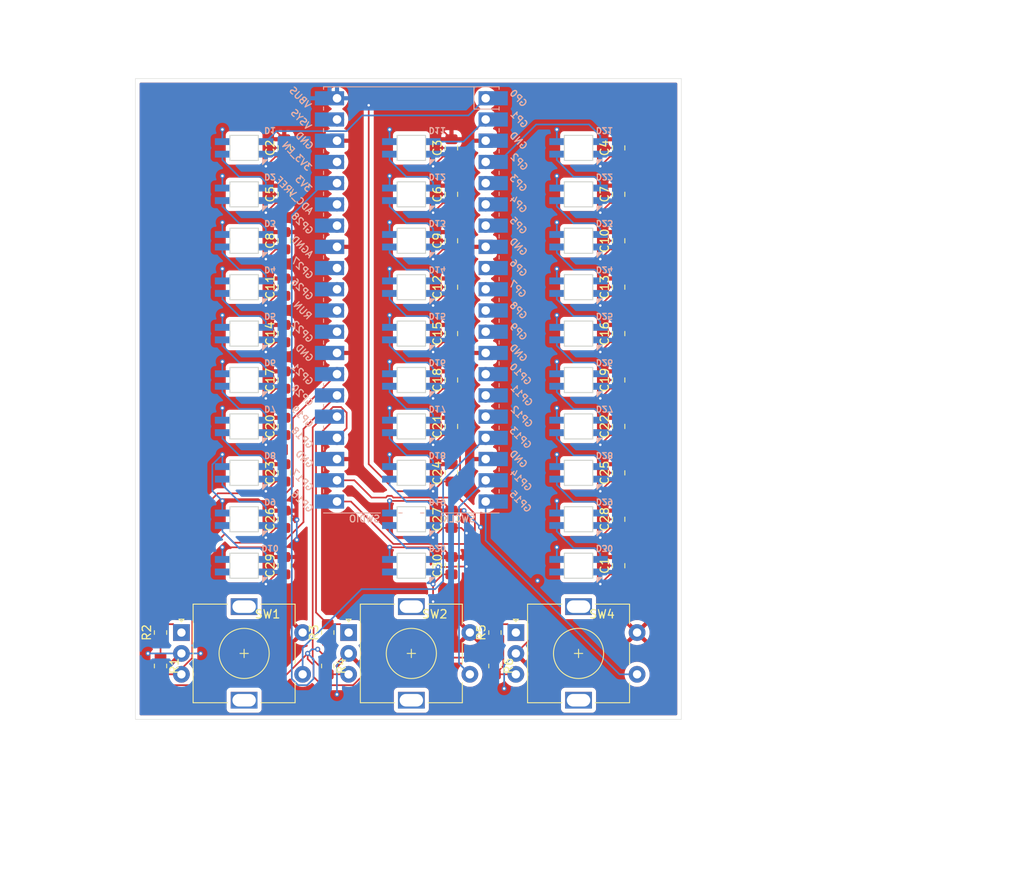
<source format=kicad_pcb>
(kicad_pcb (version 20241229) (generator "pcbnew") (generator_version "9.0")
  (layers (0 "F.Cu" signal) (2 "B.Cu" signal) (13 "F.Paste" user) (15 "B.Paste" user) (5 "F.SilkS" user "F.Silkscreen") (7 "B.SilkS" user "B.Silkscreen") (1 "F.Mask" user) (3 "B.Mask" user) (25 "Edge.Cuts" user))
  (net 0 "")
  (net 1 "+5V")
  (net 2 "GND")
  (net 3 "LED1")
  (net 4 "Net-(D1-DOUT)")
  (net 5 "Net-(D2-DOUT)")
  (net 6 "Net-(D3-DOUT)")
  (net 7 "Net-(D4-DOUT)")
  (net 8 "Net-(D5-DOUT)")
  (net 9 "Net-(D6-DOUT)")
  (net 10 "Net-(D7-DOUT)")
  (net 11 "Net-(D8-DOUT)")
  (net 12 "Net-(D10-DIN)")
  (net 14 "Net-(D11-DOUT)")
  (net 15 "LED2")
  (net 16 "Net-(D12-DOUT)")
  (net 17 "Net-(D13-DOUT)")
  (net 18 "Net-(D14-DOUT)")
  (net 19 "Net-(D15-DOUT)")
  (net 20 "Net-(D16-DOUT)")
  (net 21 "Net-(D17-DOUT)")
  (net 22 "Net-(D18-DOUT)")
  (net 23 "Net-(D19-DOUT)")
  (net 25 "LED3")
  (net 26 "Net-(D21-DOUT)")
  (net 27 "Net-(D22-DOUT)")
  (net 28 "Net-(D23-DOUT)")
  (net 29 "Net-(D24-DOUT)")
  (net 30 "Net-(D25-DOUT)")
  (net 31 "Net-(D26-DOUT)")
  (net 32 "Net-(D27-DOUT)")
  (net 33 "Net-(D28-DOUT)")
  (net 34 "Net-(D29-DOUT)")
  (net 36 "+3.3V")
  (net 37 "Enc_1B")
  (net 38 "Enc_1A")
  (net 39 "Enc_2A")
  (net 40 "Enc_2B")
  (net 41 "Enc_3A")
  (net 42 "Enc_3B")
  (net 43 "SW1")
  (net 44 "SW2")
  (net 45 "SW3")
  (footprint "Capacitor_SMD:C_0805_2012Metric_Pad1.18x1.45mm_HandSolder" (layer "F.Cu") (at 114.8 42.5556 90)
    (property "Reference" "C5")
    (property "Value" "C")
  )
  (footprint "Capacitor_SMD:C_0805_2012Metric_Pad1.18x1.45mm_HandSolder" (layer "F.Cu") (at 114.8 53.6668 90)
    (property "Reference" "C11")
    (property "Value" "C")
  )
  (footprint "Rotary_Encoder:RotaryEncoder_Alps_EC11E-Switch_Vertical_H20mm" (layer "F.Cu") (at 130 97.5)
    (property "Reference" "SW2")
    (property "Value" "RotaryEncoder_Switch")
  )
  (footprint "Capacitor_SMD:C_0805_2012Metric_Pad1.18x1.45mm_HandSolder" (layer "F.Cu") (at 134.8 87.0004 90)
    (property "Reference" "C30")
    (property "Value" "C")
  )
  (footprint "Capacitor_SMD:C_0805_2012Metric_Pad1.18x1.45mm_HandSolder" (layer "F.Cu") (at 134.8 81.4448 90)
    (property "Reference" "C27")
    (property "Value" "C")
  )
  (footprint "Capacitor_SMD:C_0805_2012Metric_Pad1.18x1.45mm_HandSolder" (layer "F.Cu") (at 114.8 64.778 90)
    (property "Reference" "C17")
    (property "Value" "C")
  )
  (footprint "Capacitor_SMD:C_0805_2012Metric_Pad1.18x1.45mm_HandSolder" (layer "F.Cu") (at 134.8 42.5556 90)
    (property "Reference" "C6")
    (property "Value" "C")
  )
  (footprint "Rotary_Encoder:RotaryEncoder_Alps_EC11E-Switch_Vertical_H20mm" (layer "F.Cu") (at 110 97.5)
    (property "Reference" "SW1")
    (property "Value" "RotaryEncoder_Switch")
  )
  (footprint "Capacitor_SMD:C_0805_2012Metric_Pad1.18x1.45mm_HandSolder" (layer "F.Cu") (at 134.8 75.8892 90)
    (property "Reference" "C24")
    (property "Value" "C")
  )
  (footprint "Capacitor_SMD:C_0805_2012Metric_Pad1.18x1.45mm_HandSolder" (layer "F.Cu") (at 154.8 53.6668 90)
    (property "Reference" "C13")
    (property "Value" "C")
  )
  (footprint "Capacitor_SMD:C_0805_2012Metric_Pad1.18x1.45mm_HandSolder" (layer "F.Cu") (at 114.8 81.4448 90)
    (property "Reference" "C26")
    (property "Value" "C")
  )
  (footprint "Rotary_Encoder:RotaryEncoder_Alps_EC11E-Switch_Vertical_H20mm" (layer "F.Cu") (at 150 97.5)
    (property "Reference" "SW4")
    (property "Value" "RotaryEncoder_Switch")
  )
  (footprint "Capacitor_SMD:C_0805_2012Metric_Pad1.18x1.45mm_HandSolder" (layer "F.Cu") (at 134.8 48.1112 90)
    (property "Reference" "C9")
    (property "Value" "C")
  )
  (footprint "Resistor_SMD:R_0805_2012Metric_Pad1.20x1.40mm_HandSolder" (layer "F.Cu") (at 120 99 -90)
    (property "Reference" "R4")
    (property "Value" "R10K")
  )
  (footprint "Capacitor_SMD:C_0805_2012Metric_Pad1.18x1.45mm_HandSolder" (layer "F.Cu") (at 114.8 59.2224 90)
    (property "Reference" "C14")
    (property "Value" "C")
  )
  (footprint "Resistor_SMD:R_0805_2012Metric_Pad1.20x1.40mm_HandSolder" (layer "F.Cu") (at 120 95 90)
    (property "Reference" "R3")
    (property "Value" "R10K")
  )
  (footprint "Capacitor_SMD:C_0805_2012Metric_Pad1.18x1.45mm_HandSolder" (layer "F.Cu") (at 114.8 48.1112 90)
    (property "Reference" "C8")
    (property "Value" "C")
  )
  (footprint "Capacitor_SMD:C_0805_2012Metric_Pad1.18x1.45mm_HandSolder" (layer "F.Cu") (at 154.8 81.4448 90)
    (property "Reference" "C28")
    (property "Value" "C")
  )
  (footprint "Capacitor_SMD:C_0805_2012Metric_Pad1.18x1.45mm_HandSolder" (layer "F.Cu") (at 154.8 48.1112 90)
    (property "Reference" "C10")
    (property "Value" "C")
  )
  (footprint "Capacitor_SMD:C_0805_2012Metric_Pad1.18x1.45mm_HandSolder" (layer "F.Cu") (at 114.8 70.3336 90)
    (property "Reference" "C20")
    (property "Value" "C")
  )
  (footprint "Resistor_SMD:R_0805_2012Metric_Pad1.20x1.40mm_HandSolder" (layer "F.Cu") (at 140 99 -90)
    (property "Reference" "R6")
    (property "Value" "R10K")
  )
  (footprint "Capacitor_SMD:C_0805_2012Metric_Pad1.18x1.45mm_HandSolder" (layer "F.Cu") (at 154.8 59.2224 90)
    (property "Reference" "C16")
    (property "Value" "C")
  )
  (footprint "Capacitor_SMD:C_0805_2012Metric_Pad1.18x1.45mm_HandSolder" (layer "F.Cu") (at 114.8 87.0004 90)
    (property "Reference" "C29")
    (property "Value" "C")
  )
  (footprint "Capacitor_SMD:C_0805_2012Metric_Pad1.18x1.45mm_HandSolder" (layer "F.Cu") (at 134.8 59.2224 90)
    (property "Reference" "C15")
    (property "Value" "C")
  )
  (footprint "Capacitor_SMD:C_0805_2012Metric_Pad1.18x1.45mm_HandSolder" (layer "F.Cu") (at 154.8 87.0004 90)
    (property "Reference" "C1")
    (property "Value" "C")
  )
  (footprint "Capacitor_SMD:C_0805_2012Metric_Pad1.18x1.45mm_HandSolder" (layer "F.Cu") (at 114.8 37 90)
    (property "Reference" "C2")
    (property "Value" "C")
  )
  (footprint "Capacitor_SMD:C_0805_2012Metric_Pad1.18x1.45mm_HandSolder" (layer "F.Cu") (at 154.8 64.778 90)
    (property "Reference" "C19")
    (property "Value" "C")
  )
  (footprint "Resistor_SMD:R_0805_2012Metric_Pad1.20x1.40mm_HandSolder" (layer "F.Cu") (at 140 95 90)
    (property "Reference" "R5")
    (property "Value" "R10K")
  )
  (footprint "Capacitor_SMD:C_0805_2012Metric_Pad1.18x1.45mm_HandSolder" (layer "F.Cu") (at 154.8 75.8892 90)
    (property "Reference" "C25")
    (property "Value" "C")
  )
  (footprint "Capacitor_SMD:C_0805_2012Metric_Pad1.18x1.45mm_HandSolder" (layer "F.Cu") (at 134.8 53.6668 90)
    (property "Reference" "C12")
    (property "Value" "C")
  )
  (footprint "Capacitor_SMD:C_0805_2012Metric_Pad1.18x1.45mm_HandSolder" (layer "F.Cu") (at 154.8 42.5556 90)
    (property "Reference" "C7")
    (property "Value" "C")
  )
  (footprint "Resistor_SMD:R_0805_2012Metric_Pad1.20x1.40mm_HandSolder" (layer "F.Cu") (at 100 99 -90)
    (property "Reference" "R1")
    (property "Value" "R10K")
  )
  (footprint "Capacitor_SMD:C_0805_2012Metric_Pad1.18x1.45mm_HandSolder" (layer "F.Cu") (at 154.8 70.3336 90)
    (property "Reference" "C22")
    (property "Value" "C")
  )
  (footprint "Capacitor_SMD:C_0805_2012Metric_Pad1.18x1.45mm_HandSolder" (layer "F.Cu") (at 154.8 37 90)
    (property "Reference" "C4")
    (property "Value" "C")
  )
  (footprint "Capacitor_SMD:C_0805_2012Metric_Pad1.18x1.45mm_HandSolder" (layer "F.Cu") (at 114.8 75.8892 90)
    (property "Reference" "C23")
    (property "Value" "C")
  )
  (footprint "Capacitor_SMD:C_0805_2012Metric_Pad1.18x1.45mm_HandSolder" (layer "F.Cu") (at 134.8 70.3336 90)
    (property "Reference" "C21")
    (property "Value" "C")
  )
  (footprint "Capacitor_SMD:C_0805_2012Metric_Pad1.18x1.45mm_HandSolder" (layer "F.Cu") (at 134.8 37 90)
    (property "Reference" "C3")
    (property "Value" "C")
  )
  (footprint "Resistor_SMD:R_0805_2012Metric_Pad1.20x1.40mm_HandSolder" (layer "F.Cu") (at 100 95 90)
    (property "Reference" "R2")
    (property "Value" "R10K")
  )
  (footprint "Capacitor_SMD:C_0805_2012Metric_Pad1.18x1.45mm_HandSolder" (layer "F.Cu") (at 134.8 64.778 90)
    (property "Reference" "C18")
    (property "Value" "C")
  )
  (footprint "Cheyao Macropad PCB Neopixel:SK6812MINI-E" (layer "B.Cu") (at 130 53.666667)
    (property "Reference" "D14")
    (property "Value" "SK6812MINI" (hide yes))
    (fp_line (start -1.7 -1.5) (end -1.7 1.5) (stroke (width 0.12)) (layer "Edge.Cuts"))
    (fp_line (start -1.7 1.5) (end 1.7 1.5) (stroke (width 0.12)) (layer "Edge.Cuts"))
    (fp_line (start 1.7 -1.5) (end -1.7 -1.5) (stroke (width 0.12)) (layer "Edge.Cuts"))
    (fp_line (start 1.7 1.5) (end 1.7 -1.5) (stroke (width 0.12)) (layer "Edge.Cuts"))
  )
  (footprint "Cheyao Macropad PCB Neopixel:SK6812MINI-E" (layer "B.Cu") (at 130 42.555556)
    (property "Reference" "D12")
    (property "Value" "SK6812MINI" (hide yes))
    (fp_line (start -1.7 -1.5) (end -1.7 1.5) (stroke (width 0.12)) (layer "Edge.Cuts"))
    (fp_line (start -1.7 1.5) (end 1.7 1.5) (stroke (width 0.12)) (layer "Edge.Cuts"))
    (fp_line (start 1.7 -1.5) (end -1.7 -1.5) (stroke (width 0.12)) (layer "Edge.Cuts"))
    (fp_line (start 1.7 1.5) (end 1.7 -1.5) (stroke (width 0.12)) (layer "Edge.Cuts"))
  )
  (footprint "Cheyao Macropad PCB Neopixel:SK6812MINI-E" (layer "B.Cu") (at 150 42.555556)
    (property "Reference" "D22")
    (property "Value" "SK6812MINI" (hide yes))
    (fp_line (start -1.7 -1.5) (end -1.7 1.5) (stroke (width 0.12)) (layer "Edge.Cuts"))
    (fp_line (start -1.7 1.5) (end 1.7 1.5) (stroke (width 0.12)) (layer "Edge.Cuts"))
    (fp_line (start 1.7 -1.5) (end -1.7 -1.5) (stroke (width 0.12)) (layer "Edge.Cuts"))
    (fp_line (start 1.7 1.5) (end 1.7 -1.5) (stroke (width 0.12)) (layer "Edge.Cuts"))
  )
  (footprint "Cheyao Macropad PCB Neopixel:SK6812MINI-E" (layer "B.Cu") (at 150 53.666667)
    (property "Reference" "D24")
    (property "Value" "SK6812MINI" (hide yes))
    (fp_line (start -1.7 -1.5) (end -1.7 1.5) (stroke (width 0.12)) (layer "Edge.Cuts"))
    (fp_line (start -1.7 1.5) (end 1.7 1.5) (stroke (width 0.12)) (layer "Edge.Cuts"))
    (fp_line (start 1.7 -1.5) (end -1.7 -1.5) (stroke (width 0.12)) (layer "Edge.Cuts"))
    (fp_line (start 1.7 1.5) (end 1.7 -1.5) (stroke (width 0.12)) (layer "Edge.Cuts"))
  )
  (footprint "Cheyao Macropad PCB Neopixel:SK6812MINI-E" (layer "B.Cu") (at 110 53.666667)
    (property "Reference" "D4")
    (property "Value" "SK6812MINI" (hide yes))
    (fp_line (start -1.7 -1.5) (end -1.7 1.5) (stroke (width 0.12)) (layer "Edge.Cuts"))
    (fp_line (start -1.7 1.5) (end 1.7 1.5) (stroke (width 0.12)) (layer "Edge.Cuts"))
    (fp_line (start 1.7 -1.5) (end -1.7 -1.5) (stroke (width 0.12)) (layer "Edge.Cuts"))
    (fp_line (start 1.7 1.5) (end 1.7 -1.5) (stroke (width 0.12)) (layer "Edge.Cuts"))
  )
  (footprint "Cheyao Macropad PCB Neopixel:SK6812MINI-E" (layer "B.Cu") (at 110 64.777778)
    (property "Reference" "D6")
    (property "Value" "SK6812MINI" (hide yes))
    (fp_line (start -1.7 -1.5) (end -1.7 1.5) (stroke (width 0.12)) (layer "Edge.Cuts"))
    (fp_line (start -1.7 1.5) (end 1.7 1.5) (stroke (width 0.12)) (layer "Edge.Cuts"))
    (fp_line (start 1.7 -1.5) (end -1.7 -1.5) (stroke (width 0.12)) (layer "Edge.Cuts"))
    (fp_line (start 1.7 1.5) (end 1.7 -1.5) (stroke (width 0.12)) (layer "Edge.Cuts"))
  )
  (footprint "Cheyao Macropad PCB Neopixel:SK6812MINI-E" (layer "B.Cu") (at 110 87)
    (property "Reference" "D10")
    (property "Value" "SK6812MINI" (hide yes))
    (fp_line (start -1.7 -1.5) (end -1.7 1.5) (stroke (width 0.12)) (layer "Edge.Cuts"))
    (fp_line (start -1.7 1.5) (end 1.7 1.5) (stroke (width 0.12)) (layer "Edge.Cuts"))
    (fp_line (start 1.7 -1.5) (end -1.7 -1.5) (stroke (width 0.12)) (layer "Edge.Cuts"))
    (fp_line (start 1.7 1.5) (end 1.7 -1.5) (stroke (width 0.12)) (layer "Edge.Cuts"))
  )
  (footprint "Cheyao Macropad PCB Neopixel:SK6812MINI-E" (layer "B.Cu") (at 130 81.444444)
    (property "Reference" "D19")
    (property "Value" "SK6812MINI" (hide yes))
    (fp_line (start -1.7 -1.5) (end -1.7 1.5) (stroke (width 0.12)) (layer "Edge.Cuts"))
    (fp_line (start -1.7 1.5) (end 1.7 1.5) (stroke (width 0.12)) (layer "Edge.Cuts"))
    (fp_line (start 1.7 -1.5) (end -1.7 -1.5) (stroke (width 0.12)) (layer "Edge.Cuts"))
    (fp_line (start 1.7 1.5) (end 1.7 -1.5) (stroke (width 0.12)) (layer "Edge.Cuts"))
  )
  (footprint "Cheyao Macropad PCB Neopixel:SK6812MINI-E" (layer "B.Cu") (at 130 48.111111)
    (property "Reference" "D13")
    (property "Value" "SK6812MINI" (hide yes))
    (fp_line (start -1.7 -1.5) (end -1.7 1.5) (stroke (width 0.12)) (layer "Edge.Cuts"))
    (fp_line (start -1.7 1.5) (end 1.7 1.5) (stroke (width 0.12)) (layer "Edge.Cuts"))
    (fp_line (start 1.7 -1.5) (end -1.7 -1.5) (stroke (width 0.12)) (layer "Edge.Cuts"))
    (fp_line (start 1.7 1.5) (end 1.7 -1.5) (stroke (width 0.12)) (layer "Edge.Cuts"))
  )
  (footprint "Cheyao Macropad PCB Neopixel:SK6812MINI-E" (layer "B.Cu") (at 150 59.222222)
    (property "Reference" "D25")
    (property "Value" "SK6812MINI" (hide yes))
    (fp_line (start -1.7 -1.5) (end -1.7 1.5) (stroke (width 0.12)) (layer "Edge.Cuts"))
    (fp_line (start -1.7 1.5) (end 1.7 1.5) (stroke (width 0.12)) (layer "Edge.Cuts"))
    (fp_line (start 1.7 -1.5) (end -1.7 -1.5) (stroke (width 0.12)) (layer "Edge.Cuts"))
    (fp_line (start 1.7 1.5) (end 1.7 -1.5) (stroke (width 0.12)) (layer "Edge.Cuts"))
  )
  (footprint "Cheyao Macropad PCB Neopixel:SK6812MINI-E" (layer "B.Cu") (at 130 70.333333)
    (property "Reference" "D17")
    (property "Value" "SK6812MINI" (hide yes))
    (fp_line (start -1.7 -1.5) (end -1.7 1.5) (stroke (width 0.12)) (layer "Edge.Cuts"))
    (fp_line (start -1.7 1.5) (end 1.7 1.5) (stroke (width 0.12)) (layer "Edge.Cuts"))
    (fp_line (start 1.7 -1.5) (end -1.7 -1.5) (stroke (width 0.12)) (layer "Edge.Cuts"))
    (fp_line (start 1.7 1.5) (end 1.7 -1.5) (stroke (width 0.12)) (layer "Edge.Cuts"))
  )
  (footprint "Cheyao Macropad PCB Neopixel:SK6812MINI-E" (layer "B.Cu") (at 150 37)
    (property "Reference" "D21")
    (property "Value" "SK6812MINI" (hide yes))
    (fp_line (start -1.7 -1.5) (end -1.7 1.5) (stroke (width 0.12)) (layer "Edge.Cuts"))
    (fp_line (start -1.7 1.5) (end 1.7 1.5) (stroke (width 0.12)) (layer "Edge.Cuts"))
    (fp_line (start 1.7 -1.5) (end -1.7 -1.5) (stroke (width 0.12)) (layer "Edge.Cuts"))
    (fp_line (start 1.7 1.5) (end 1.7 -1.5) (stroke (width 0.12)) (layer "Edge.Cuts"))
  )
  (footprint "RPi_Pico:RPi_Pico_SMD_TH" (layer "B.Cu") (at 130 55.19 180)
    (property "Reference" "U1" (hide yes))
    (property "Value" "Pico" (hide yes))
  )
  (footprint "Cheyao Macropad PCB Neopixel:SK6812MINI-E" (layer "B.Cu") (at 130 37)
    (property "Reference" "D11")
    (property "Value" "SK6812MINI" (hide yes))
    (fp_line (start -1.7 -1.5) (end -1.7 1.5) (stroke (width 0.12)) (layer "Edge.Cuts"))
    (fp_line (start -1.7 1.5) (end 1.7 1.5) (stroke (width 0.12)) (layer "Edge.Cuts"))
    (fp_line (start 1.7 -1.5) (end -1.7 -1.5) (stroke (width 0.12)) (layer "Edge.Cuts"))
    (fp_line (start 1.7 1.5) (end 1.7 -1.5) (stroke (width 0.12)) (layer "Edge.Cuts"))
  )
  (footprint "Cheyao Macropad PCB Neopixel:SK6812MINI-E" (layer "B.Cu") (at 150 75.888889)
    (property "Reference" "D28")
    (property "Value" "SK6812MINI" (hide yes))
    (fp_line (start -1.7 -1.5) (end -1.7 1.5) (stroke (width 0.12)) (layer "Edge.Cuts"))
    (fp_line (start -1.7 1.5) (end 1.7 1.5) (stroke (width 0.12)) (layer "Edge.Cuts"))
    (fp_line (start 1.7 -1.5) (end -1.7 -1.5) (stroke (width 0.12)) (layer "Edge.Cuts"))
    (fp_line (start 1.7 1.5) (end 1.7 -1.5) (stroke (width 0.12)) (layer "Edge.Cuts"))
  )
  (footprint "Cheyao Macropad PCB Neopixel:SK6812MINI-E" (layer "B.Cu") (at 110 81.444444)
    (property "Reference" "D9")
    (property "Value" "SK6812MINI" (hide yes))
    (fp_line (start -1.7 -1.5) (end -1.7 1.5) (stroke (width 0.12)) (layer "Edge.Cuts"))
    (fp_line (start -1.7 1.5) (end 1.7 1.5) (stroke (width 0.12)) (layer "Edge.Cuts"))
    (fp_line (start 1.7 -1.5) (end -1.7 -1.5) (stroke (width 0.12)) (layer "Edge.Cuts"))
    (fp_line (start 1.7 1.5) (end 1.7 -1.5) (stroke (width 0.12)) (layer "Edge.Cuts"))
  )
  (footprint "Cheyao Macropad PCB Neopixel:SK6812MINI-E" (layer "B.Cu") (at 150 48.111111)
    (property "Reference" "D23")
    (property "Value" "SK6812MINI" (hide yes))
    (fp_line (start -1.7 -1.5) (end -1.7 1.5) (stroke (width 0.12)) (layer "Edge.Cuts"))
    (fp_line (start -1.7 1.5) (end 1.7 1.5) (stroke (width 0.12)) (layer "Edge.Cuts"))
    (fp_line (start 1.7 -1.5) (end -1.7 -1.5) (stroke (width 0.12)) (layer "Edge.Cuts"))
    (fp_line (start 1.7 1.5) (end 1.7 -1.5) (stroke (width 0.12)) (layer "Edge.Cuts"))
  )
  (footprint "Cheyao Macropad PCB Neopixel:SK6812MINI-E" (layer "B.Cu") (at 150 87)
    (property "Reference" "D30")
    (property "Value" "SK6812MINI" (hide yes))
    (fp_line (start -1.7 -1.5) (end -1.7 1.5) (stroke (width 0.12)) (layer "Edge.Cuts"))
    (fp_line (start -1.7 1.5) (end 1.7 1.5) (stroke (width 0.12)) (layer "Edge.Cuts"))
    (fp_line (start 1.7 -1.5) (end -1.7 -1.5) (stroke (width 0.12)) (layer "Edge.Cuts"))
    (fp_line (start 1.7 1.5) (end 1.7 -1.5) (stroke (width 0.12)) (layer "Edge.Cuts"))
  )
  (footprint "Cheyao Macropad PCB Neopixel:SK6812MINI-E" (layer "B.Cu") (at 110 59.222222)
    (property "Reference" "D5")
    (property "Value" "SK6812MINI" (hide yes))
    (fp_line (start -1.7 -1.5) (end -1.7 1.5) (stroke (width 0.12)) (layer "Edge.Cuts"))
    (fp_line (start -1.7 1.5) (end 1.7 1.5) (stroke (width 0.12)) (layer "Edge.Cuts"))
    (fp_line (start 1.7 -1.5) (end -1.7 -1.5) (stroke (width 0.12)) (layer "Edge.Cuts"))
    (fp_line (start 1.7 1.5) (end 1.7 -1.5) (stroke (width 0.12)) (layer "Edge.Cuts"))
  )
  (footprint "Cheyao Macropad PCB Neopixel:SK6812MINI-E" (layer "B.Cu") (at 150 70.333333)
    (property "Reference" "D27")
    (property "Value" "SK6812MINI" (hide yes))
    (fp_line (start -1.7 -1.5) (end -1.7 1.5) (stroke (width 0.12)) (layer "Edge.Cuts"))
    (fp_line (start -1.7 1.5) (end 1.7 1.5) (stroke (width 0.12)) (layer "Edge.Cuts"))
    (fp_line (start 1.7 -1.5) (end -1.7 -1.5) (stroke (width 0.12)) (layer "Edge.Cuts"))
    (fp_line (start 1.7 1.5) (end 1.7 -1.5) (stroke (width 0.12)) (layer "Edge.Cuts"))
  )
  (footprint "Cheyao Macropad PCB Neopixel:SK6812MINI-E" (layer "B.Cu") (at 110 42.555556)
    (property "Reference" "D2")
    (property "Value" "SK6812MINI" (hide yes))
    (fp_line (start -1.7 -1.5) (end -1.7 1.5) (stroke (width 0.12)) (layer "Edge.Cuts"))
    (fp_line (start -1.7 1.5) (end 1.7 1.5) (stroke (width 0.12)) (layer "Edge.Cuts"))
    (fp_line (start 1.7 -1.5) (end -1.7 -1.5) (stroke (width 0.12)) (layer "Edge.Cuts"))
    (fp_line (start 1.7 1.5) (end 1.7 -1.5) (stroke (width 0.12)) (layer "Edge.Cuts"))
  )
  (footprint "Cheyao Macropad PCB Neopixel:SK6812MINI-E" (layer "B.Cu") (at 130 87)
    (property "Reference" "D20")
    (property "Value" "SK6812MINI" (hide yes))
    (fp_line (start -1.7 -1.5) (end -1.7 1.5) (stroke (width 0.12)) (layer "Edge.Cuts"))
    (fp_line (start -1.7 1.5) (end 1.7 1.5) (stroke (width 0.12)) (layer "Edge.Cuts"))
    (fp_line (start 1.7 -1.5) (end -1.7 -1.5) (stroke (width 0.12)) (layer "Edge.Cuts"))
    (fp_line (start 1.7 1.5) (end 1.7 -1.5) (stroke (width 0.12)) (layer "Edge.Cuts"))
  )
  (footprint "Cheyao Macropad PCB Neopixel:SK6812MINI-E" (layer "B.Cu") (at 110 75.888889)
    (property "Reference" "D8")
    (property "Value" "SK6812MINI" (hide yes))
    (fp_line (start -1.7 -1.5) (end -1.7 1.5) (stroke (width 0.12)) (layer "Edge.Cuts"))
    (fp_line (start -1.7 1.5) (end 1.7 1.5) (stroke (width 0.12)) (layer "Edge.Cuts"))
    (fp_line (start 1.7 -1.5) (end -1.7 -1.5) (stroke (width 0.12)) (layer "Edge.Cuts"))
    (fp_line (start 1.7 1.5) (end 1.7 -1.5) (stroke (width 0.12)) (layer "Edge.Cuts"))
  )
  (footprint "Cheyao Macropad PCB Neopixel:SK6812MINI-E" (layer "B.Cu") (at 130 59.222222)
    (property "Reference" "D15")
    (property "Value" "SK6812MINI" (hide yes))
    (fp_line (start -1.7 -1.5) (end -1.7 1.5) (stroke (width 0.12)) (layer "Edge.Cuts"))
    (fp_line (start -1.7 1.5) (end 1.7 1.5) (stroke (width 0.12)) (layer "Edge.Cuts"))
    (fp_line (start 1.7 -1.5) (end -1.7 -1.5) (stroke (width 0.12)) (layer "Edge.Cuts"))
    (fp_line (start 1.7 1.5) (end 1.7 -1.5) (stroke (width 0.12)) (layer "Edge.Cuts"))
  )
  (footprint "Cheyao Macropad PCB Neopixel:SK6812MINI-E" (layer "B.Cu") (at 130 75.888889)
    (property "Reference" "D18")
    (property "Value" "SK6812MINI" (hide yes))
    (fp_line (start -1.7 -1.5) (end -1.7 1.5) (stroke (width 0.12)) (layer "Edge.Cuts"))
    (fp_line (start -1.7 1.5) (end 1.7 1.5) (stroke (width 0.12)) (layer "Edge.Cuts"))
    (fp_line (start 1.7 -1.5) (end -1.7 -1.5) (stroke (width 0.12)) (layer "Edge.Cuts"))
    (fp_line (start 1.7 1.5) (end 1.7 -1.5) (stroke (width 0.12)) (layer "Edge.Cuts"))
  )
  (footprint "Cheyao Macropad PCB Neopixel:SK6812MINI-E" (layer "B.Cu") (at 150 81.444444)
    (property "Reference" "D29")
    (property "Value" "SK6812MINI" (hide yes))
    (fp_line (start -1.7 -1.5) (end -1.7 1.5) (stroke (width 0.12)) (layer "Edge.Cuts"))
    (fp_line (start -1.7 1.5) (end 1.7 1.5) (stroke (width 0.12)) (layer "Edge.Cuts"))
    (fp_line (start 1.7 -1.5) (end -1.7 -1.5) (stroke (width 0.12)) (layer "Edge.Cuts"))
    (fp_line (start 1.7 1.5) (end 1.7 -1.5) (stroke (width 0.12)) (layer "Edge.Cuts"))
  )
  (footprint "Cheyao Macropad PCB Neopixel:SK6812MINI-E" (layer "B.Cu") (at 110 70.333333)
    (property "Reference" "D7")
    (property "Value" "SK6812MINI" (hide yes))
    (fp_line (start -1.7 -1.5) (end -1.7 1.5) (stroke (width 0.12)) (layer "Edge.Cuts"))
    (fp_line (start -1.7 1.5) (end 1.7 1.5) (stroke (width 0.12)) (layer "Edge.Cuts"))
    (fp_line (start 1.7 -1.5) (end -1.7 -1.5) (stroke (width 0.12)) (layer "Edge.Cuts"))
    (fp_line (start 1.7 1.5) (end 1.7 -1.5) (stroke (width 0.12)) (layer "Edge.Cuts"))
  )
  (footprint "Cheyao Macropad PCB Neopixel:SK6812MINI-E" (layer "B.Cu") (at 110 37)
    (property "Reference" "D1")
    (property "Value" "SK6812MINI" (hide yes))
    (fp_line (start -1.7 -1.5) (end -1.7 1.5) (stroke (width 0.12)) (layer "Edge.Cuts"))
    (fp_line (start -1.7 1.5) (end 1.7 1.5) (stroke (width 0.12)) (layer "Edge.Cuts"))
    (fp_line (start 1.7 -1.5) (end -1.7 -1.5) (stroke (width 0.12)) (layer "Edge.Cuts"))
    (fp_line (start 1.7 1.5) (end 1.7 -1.5) (stroke (width 0.12)) (layer "Edge.Cuts"))
  )
  (footprint "Cheyao Macropad PCB Neopixel:SK6812MINI-E" (layer "B.Cu") (at 110 48.111111)
    (property "Reference" "D3")
    (property "Value" "SK6812MINI" (hide yes))
    (fp_line (start -1.7 -1.5) (end -1.7 1.5) (stroke (width 0.12)) (layer "Edge.Cuts"))
    (fp_line (start -1.7 1.5) (end 1.7 1.5) (stroke (width 0.12)) (layer "Edge.Cuts"))
    (fp_line (start 1.7 -1.5) (end -1.7 -1.5) (stroke (width 0.12)) (layer "Edge.Cuts"))
    (fp_line (start 1.7 1.5) (end 1.7 -1.5) (stroke (width 0.12)) (layer "Edge.Cuts"))
  )
  (footprint "Cheyao Macropad PCB Neopixel:SK6812MINI-E" (layer "B.Cu") (at 130 64.777778)
    (property "Reference" "D16")
    (property "Value" "SK6812MINI" (hide yes))
    (fp_line (start -1.7 -1.5) (end -1.7 1.5) (stroke (width 0.12)) (layer "Edge.Cuts"))
    (fp_line (start -1.7 1.5) (end 1.7 1.5) (stroke (width 0.12)) (layer "Edge.Cuts"))
    (fp_line (start 1.7 -1.5) (end -1.7 -1.5) (stroke (width 0.12)) (layer "Edge.Cuts"))
    (fp_line (start 1.7 1.5) (end 1.7 -1.5) (stroke (width 0.12)) (layer "Edge.Cuts"))
  )
  (footprint "Cheyao Macropad PCB Neopixel:SK6812MINI-E" (layer "B.Cu") (at 150 64.777778)
    (property "Reference" "D26")
    (property "Value" "SK6812MINI" (hide yes))
    (fp_line (start -1.7 -1.5) (end -1.7 1.5) (stroke (width 0.12)) (layer "Edge.Cuts"))
    (fp_line (start -1.7 1.5) (end 1.7 1.5) (stroke (width 0.12)) (layer "Edge.Cuts"))
    (fp_line (start 1.7 -1.5) (end -1.7 -1.5) (stroke (width 0.12)) (layer "Edge.Cuts"))
    (fp_line (start 1.7 1.5) (end 1.7 -1.5) (stroke (width 0.12)) (layer "Edge.Cuts"))
  )
  (gr_rect (start 97 28.7) (end 162.3 105.4) (stroke (width 0.05)) (fill no) (layer "Edge.Cuts"))
  (segment (start 114.8 49.1487) (end 113.7625 49.1487) (width 0.2) (layer "F.Cu") (net 1))
  (segment (start 135.826 72.3971) (end 134.8 71.3711) (width 0.2) (layer "F.Cu") (net 1))
  (segment (start 114.8 43.5931) (end 113.7625 43.5931) (width 0.2) (layer "F.Cu") (net 1))
  (segment (start 113.7625 65.8155) (end 112.6 66.978) (width 0.2) (layer "F.Cu") (net 1))
  (segment (start 134.8 65.8155) (end 133.7625 65.8155) (width 0.2) (layer "F.Cu") (net 1))
  (segment (start 133.7625 60.2599) (end 132.6 61.4224) (width 0.2) (layer "F.Cu") (net 1))
  (segment (start 153.7625 43.5931) (end 152.6 44.7556) (width 0.2) (layer "F.Cu") (net 1))
  (segment (start 153.7625 71.3711) (end 152.6 72.5336) (width 0.2) (layer "F.Cu") (net 1))
  (segment (start 154.8 88.0379) (end 153.7625 88.0379) (width 0.2) (layer "F.Cu") (net 1))
  (segment (start 133.7625 88.0379) (end 132.6 89.2004) (width 0.2) (layer "F.Cu") (net 1))
  (segment (start 133.7625 49.1487) (end 132.6 50.3112) (width 0.2) (layer "F.Cu") (net 1))
  (segment (start 134.8 38.0375) (end 133.7625 38.0375) (width 0.2) (layer "F.Cu") (net 1))
  (segment (start 153.7625 54.7043) (end 152.6 55.8668) (width 0.2) (layer "F.Cu") (net 1))
  (segment (start 133.7625 71.3711) (end 132.6 72.5336) (width 0.2) (layer "F.Cu") (net 1))
  (segment (start 113.7625 49.1487) (end 112.6 50.3112) (width 0.2) (layer "F.Cu") (net 1))
  (segment (start 133.7625 43.5931) (end 132.6 44.7556) (width 0.2) (layer "F.Cu") (net 1))
  (segment (start 114.8 82.4823) (end 113.7625 82.4823) (width 0.2) (layer "F.Cu") (net 1))
  (segment (start 133.7625 38.0375) (end 132.6 39.2) (width 0.2) (layer "F.Cu") (net 1))
  (segment (start 113.7625 38.0375) (end 112.6 39.2) (width 0.2) (layer "F.Cu") (net 1))
  (segment (start 153.7625 38.0375) (end 152.6 39.2) (width 0.2) (layer "F.Cu") (net 1))
  (segment (start 135.826 75.9007) (end 135.826 72.3971) (width 0.2) (layer "F.Cu") (net 1))
  (segment (start 134.7504 87.1) (end 134.690398 87.160002) (width 0.2) (layer "F.Cu") (net 1))
  (segment (start 133.7625 82.4823) (end 132.6 83.6448) (width 0.2) (layer "F.Cu") (net 1))
  (segment (start 113.7625 54.7043) (end 112.6 55.8668) (width 0.2) (layer "F.Cu") (net 1))
  (segment (start 133.7625 54.7043) (end 132.6 55.8668) (width 0.2) (layer "F.Cu") (net 1))
  (segment (start 114.8 65.8155) (end 113.7625 65.8155) (width 0.2) (layer "F.Cu") (net 1))
  (segment (start 154.8 82.4823) (end 153.7625 82.4823) (width 0.2) (layer "F.Cu") (net 1))
  (segment (start 128.150369 78.0892) (end 124.9 74.838831) (width 0.2) (layer "F.Cu") (net 1))
  (segment (start 136.599 87.1) (end 134.7504 87.1) (width 0.2) (layer "F.Cu") (net 1))
  (segment (start 134.8 82.4823) (end 133.7625 82.4823) (width 0.2) (layer "F.Cu") (net 1))
  (segment (start 132.6 89.2004) (end 132.6 91.3) (width 0.2) (layer "F.Cu") (net 1))
  (segment (start 113.7625 71.3711) (end 112.6 72.5336) (width 0.2) (layer "F.Cu") (net 1))
  (segment (start 154.8 71.3711) (end 153.7625 71.3711) (width 0.2) (layer "F.Cu") (net 1))
  (segment (start 113.7625 76.9267) (end 112.6 78.0892) (width 0.2) (layer "F.Cu") (net 1))
  (segment (start 132.6 78.0892) (end 128.150369 78.0892) (width 0.2) (layer "F.Cu") (net 1))
  (segment (start 153.7625 49.1487) (end 152.6 50.3112) (width 0.2) (layer "F.Cu") (net 1))
  (segment (start 135.9823 82.4823) (end 136.6 83.1) (width 0.2) (layer "F.Cu") (net 1))
  (segment (start 124.9 74.838831) (end 124.9 31.9) (width 0.2) (layer "F.Cu") (net 1))
  (segment (start 113.7625 43.5931) (end 112.6 44.7556) (width 0.2) (layer "F.Cu") (net 1))
  (segment (start 134.8 82.4823) (end 135.9823 82.4823) (width 0.2) (layer "F.Cu") (net 1))
  (segment (start 134.8 54.7043) (end 133.7625 54.7043) (width 0.2) (layer "F.Cu") (net 1))
  (segment (start 134.8 76.9267) (end 133.7625 76.9267) (width 0.2) (layer "F.Cu") (net 1))
  (segment (start 153.7625 60.2599) (end 152.6 61.4224) (width 0.2) (layer "F.Cu") (net 1))
  (segment (start 134.8 71.3711) (end 133.7625 71.3711) (width 0.2) (layer "F.Cu") (net 1))
  (segment (start 153.7625 88.0379) (end 152.6 89.2004) (width 0.2) (layer "F.Cu") (net 1))
  (segment (start 134.690398 87.160002) (end 133.201 87.160002) (width 0.2) (layer "F.Cu") (net 1))
  (segment (start 154.8 54.7043) (end 153.7625 54.7043) (width 0.2) (layer "F.Cu") (net 1))
  (segment (start 114.8 88.0379) (end 113.7625 88.0379) (width 0.2) (layer "F.Cu") (net 1))
  (segment (start 154.8 65.8155) (end 153.7625 65.8155) (width 0.2) (layer "F.Cu") (net 1))
  (segment (start 113.7625 60.2599) (end 112.6 61.4224) (width 0.2) (layer "F.Cu") (net 1))
  (segment (start 114.8 38.0375) (end 113.7625 38.0375) (width 0.2) (layer "F.Cu") (net 1))
  (segment (start 153.7625 65.8155) (end 152.6 66.978) (width 0.2) (layer "F.Cu") (net 1))
  (segment (start 113.7625 82.4823) (end 112.6 83.6448) (width 0.2) (layer "F.Cu") (net 1))
  (segment (start 134.8 60.2599) (end 133.7625 60.2599) (width 0.2) (layer "F.Cu") (net 1))
  (segment (start 153.7625 76.9267) (end 152.6 78.0892) (width 0.2) (layer "F.Cu") (net 1))
  (segment (start 154.8 76.9267) (end 153.7625 76.9267) (width 0.2) (layer "F.Cu") (net 1))
  (segment (start 134.8 76.9267) (end 135.826 75.9007) (width 0.2) (layer "F.Cu") (net 1))
  (segment (start 154.8 38.0375) (end 153.7625 38.0375) (width 0.2) (layer "F.Cu") (net 1))
  (segment (start 134.8 43.5931) (end 133.7625 43.5931) (width 0.2) (layer "F.Cu") (net 1))
  (segment (start 114.8 60.2599) (end 113.7625 60.2599) (width 0.2) (layer "F.Cu") (net 1))
  (segment (start 133.7625 65.8155) (end 132.6 66.978) (width 0.2) (layer "F.Cu") (net 1))
  (segment (start 154.8 43.5931) (end 153.7625 43.5931) (width 0.2) (layer "F.Cu") (net 1))
  (segment (start 134.8 88.0379) (end 133.7625 88.0379) (width 0.2) (layer "F.Cu") (net 1))
  (segment (start 114.8 76.9267) (end 113.7625 76.9267) (width 0.2) (layer "F.Cu") (net 1))
  (segment (start 114.8 54.7043) (end 113.7625 54.7043) (width 0.2) (layer "F.Cu") (net 1))
  (segment (start 154.8 49.1487) (end 153.7625 49.1487) (width 0.2) (layer "F.Cu") (net 1))
  (segment (start 153.7625 82.4823) (end 152.6 83.6448) (width 0.2) (layer "F.Cu") (net 1))
  (segment (start 113.7625 88.0379) (end 112.6 89.2004) (width 0.2) (layer "F.Cu") (net 1))
  (segment (start 154.8 60.2599) (end 153.7625 60.2599) (width 0.2) (layer "F.Cu") (net 1))
  (segment (start 114.8 71.3711) (end 113.7625 71.3711) (width 0.2) (layer "F.Cu") (net 1))
  (segment (start 134.8 49.1487) (end 133.7625 49.1487) (width 0.2) (layer "F.Cu") (net 1))
  (segment (start 133.7625 76.9267) (end 132.6 78.0892) (width 0.2) (layer "F.Cu") (net 1))
  (via (at 152.6 66.978) (size 0.6) (drill 0.3) (layers "F.Cu" "B.Cu") (net 1))
  (via (at 112.6 83.6448) (size 0.6) (drill 0.3) (layers "F.Cu" "B.Cu") (net 1))
  (via (at 112.6 44.7556) (size 0.6) (drill 0.3) (layers "F.Cu" "B.Cu") (net 1))
  (via (at 152.6 83.6448) (size 0.6) (drill 0.3) (layers "F.Cu" "B.Cu") (net 1))
  (via (at 136.6 83.1) (size 0.6) (drill 0.3) (layers "F.Cu" "B.Cu") (net 1))
  (via (at 133.201 87.160002) (size 0.6) (drill 0.3) (layers "F.Cu" "B.Cu") (net 1))
  (via (at 152.6 89.2004) (size 0.6) (drill 0.3) (layers "F.Cu" "B.Cu") (net 1))
  (via (at 112.6 72.5336) (size 0.6) (drill 0.3) (layers "F.Cu" "B.Cu") (net 1))
  (via (at 112.6 61.4224) (size 0.6) (drill 0.3) (layers "F.Cu" "B.Cu") (net 1))
  (via (at 152.6 61.4224) (size 0.6) (drill 0.3) (layers "F.Cu" "B.Cu") (net 1))
  (via (at 132.6 44.7556) (size 0.6) (drill 0.3) (layers "F.Cu" "B.Cu") (net 1))
  (via (at 132.6 61.4224) (size 0.6) (drill 0.3) (layers "F.Cu" "B.Cu") (net 1))
  (via (at 112.6 55.8668) (size 0.6) (drill 0.3) (layers "F.Cu" "B.Cu") (net 1))
  (via (at 112.6 39.2) (size 0.6) (drill 0.3) (layers "F.Cu" "B.Cu") (net 1))
  (via (at 132.6 72.5336) (size 0.6) (drill 0.3) (layers "F.Cu" "B.Cu") (net 1))
  (via (at 124.9 31.9) (size 0.6) (drill 0.3) (layers "F.Cu" "B.Cu") (net 1))
  (via (at 132.6 66.978) (size 0.6) (drill 0.3) (layers "F.Cu" "B.Cu") (net 1))
  (via (at 132.6 89.2004) (size 0.6) (drill 0.3) (layers "F.Cu" "B.Cu") (net 1))
  (via (at 132.6 50.3112) (size 0.6) (drill 0.3) (layers "F.Cu" "B.Cu") (net 1))
  (via (at 132.6 83.6448) (size 0.6) (drill 0.3) (layers "F.Cu" "B.Cu") (net 1))
  (via (at 132.6 78.0892) (size 0.6) (drill 0.3) (layers "F.Cu" "B.Cu") (net 1))
  (via (at 132.6 55.8668) (size 0.6) (drill 0.3) (layers "F.Cu" "B.Cu") (net 1))
  (via (at 112.6 66.978) (size 0.6) (drill 0.3) (layers "F.Cu" "B.Cu") (net 1))
  (via (at 112.6 50.3112) (size 0.6) (drill 0.3) (layers "F.Cu" "B.Cu") (net 1))
  (via (at 112.6 89.2004) (size 0.6) (drill 0.3) (layers "F.Cu" "B.Cu") (net 1))
  (via (at 152.6 55.8668) (size 0.6) (drill 0.3) (layers "F.Cu" "B.Cu") (net 1))
  (via (at 136.599 87.1) (size 0.6) (drill 0.3) (layers "F.Cu" "B.Cu") (net 1))
  (via (at 152.6 39.2) (size 0.6) (drill 0.3) (layers "F.Cu" "B.Cu") (net 1))
  (via (at 152.6 50.3112) (size 0.6) (drill 0.3) (layers "F.Cu" "B.Cu") (net 1))
  (via (at 112.6 78.0892) (size 0.6) (drill 0.3) (layers "F.Cu" "B.Cu") (net 1))
  (via (at 132.6 91.3) (size 0.6) (drill 0.3) (layers "F.Cu" "B.Cu") (net 1))
  (via (at 132.6 39.2) (size 0.6) (drill 0.3) (layers "F.Cu" "B.Cu") (net 1))
  (via (at 152.6 78.0892) (size 0.6) (drill 0.3) (layers "F.Cu" "B.Cu") (net 1))
  (via (at 152.6 44.7556) (size 0.6) (drill 0.3) (layers "F.Cu" "B.Cu") (net 1))
  (via (at 152.6 72.5336) (size 0.6) (drill 0.3) (layers "F.Cu" "B.Cu") (net 1))
  (segment (start 152.6 65.528) (end 152.6 66.978) (width 0.2) (layer "B.Cu") (net 1))
  (segment (start 132.6 37.75) (end 132.6 39.2) (width 0.2) (layer "B.Cu") (net 1))
  (segment (start 152.6 48.8612) (end 152.6 50.3112) (width 0.2) (layer "B.Cu") (net 1))
  (segment (start 132.6 65.528) (end 132.6 66.978) (width 0.2) (layer "B.Cu") (net 1))
  (segment (start 112.6 54.4168) (end 112.6 55.8668) (width 0.2) (layer "B.Cu") (net 1))
  (segment (start 152.6 87.7504) (end 152.6 89.2004) (width 0.2) (layer "B.Cu") (net 1))
  (segment (start 112.6 71.0836) (end 112.6 72.5336) (width 0.2) (layer "B.Cu") (net 1))
  (segment (start 152.6 59.9724) (end 152.6 61.4224) (width 0.2) (layer "B.Cu") (net 1))
  (segment (start 132.6 87.7504) (end 132.6 89.2004) (width 0.2) (layer "B.Cu") (net 1))
  (segment (start 132.6 48.8612) (end 132.6 50.3112) (width 0.2) (layer "B.Cu") (net 1))
  (segment (start 152.6 82.1948) (end 152.6 83.6448) (width 0.2) (layer "B.Cu") (net 1))
  (segment (start 152.6 71.0836) (end 152.6 72.5336) (width 0.2) (layer "B.Cu") (net 1))
  (segment (start 112.6 59.9724) (end 112.6 61.4224) (width 0.2) (layer "B.Cu") (net 1))
  (segment (start 132.6 76.6392) (end 132.6 78.0892) (width 0.2) (layer "B.Cu") (net 1))
  (segment (start 112.6 76.6392) (end 112.6 78.0892) (width 0.2) (layer "B.Cu") (net 1))
  (segment (start 112.6 65.528) (end 112.6 66.978) (width 0.2) (layer "B.Cu") (net 1))
  (segment (start 132.6 71.0836) (end 132.6 72.5336) (width 0.2) (layer "B.Cu") (net 1))
  (segment (start 132.6 43.3056) (end 132.6 44.7556) (width 0.2) (layer "B.Cu") (net 1))
  (segment (start 152.6 43.3056) (end 152.6 44.7556) (width 0.2) (layer "B.Cu") (net 1))
  (segment (start 132.6 59.9724) (end 132.6 61.4224) (width 0.2) (layer "B.Cu") (net 1))
  (segment (start 112.6 37.75) (end 112.6 39.2) (width 0.2) (layer "B.Cu") (net 1))
  (segment (start 132.6 87.75) (end 132.611002 87.75) (width 0.2) (layer "B.Cu") (net 1))
  (segment (start 152.6 37.75) (end 152.6 39.2) (width 0.2) (layer "B.Cu") (net 1))
  (segment (start 132.6 54.4168) (end 132.6 55.8668) (width 0.2) (layer "B.Cu") (net 1))
  (segment (start 152.6 76.6392) (end 152.6 78.0892) (width 0.2) (layer "B.Cu") (net 1))
  (segment (start 112.6 43.3056) (end 112.6 44.7556) (width 0.2) (layer "B.Cu") (net 1))
  (segment (start 132.6 82.1948) (end 132.6 83.6448) (width 0.2) (layer "B.Cu") (net 1))
  (segment (start 112.6 87.7504) (end 112.6 89.2004) (width 0.2) (layer "B.Cu") (net 1))
  (segment (start 136.6 83.1) (end 136.599 83.101) (width 0.2) (layer "B.Cu") (net 1))
  (segment (start 152.6 54.4168) (end 152.6 55.8668) (width 0.2) (layer "B.Cu") (net 1))
  (segment (start 136.599 83.101) (end 136.599 87.1) (width 0.2) (layer "B.Cu") (net 1))
  (segment (start 112.6 48.8612) (end 112.6 50.3112) (width 0.2) (layer "B.Cu") (net 1))
  (segment (start 112.6 82.1948) (end 112.6 83.6448) (width 0.2) (layer "B.Cu") (net 1))
  (segment (start 132.611002 87.75) (end 133.201 87.160002) (width 0.2) (layer "B.Cu") (net 1))
  (segment (start 153.6375 73.6892) (end 154.8 74.8517) (width 0.2) (layer "F.Cu") (net 2))
  (segment (start 147.4 73.6892) (end 153.6375 73.6892) (width 0.2) (layer "F.Cu") (net 2))
  (segment (start 133.6375 79.2448) (end 134.8 80.4073) (width 0.2) (layer "F.Cu") (net 2))
  (segment (start 133.6375 57.0224) (end 134.8 58.1849) (width 0.2) (layer "F.Cu") (net 2))
  (segment (start 107.4 79.2448) (end 113.6375 79.2448) (width 0.2) (layer "F.Cu") (net 2))
  (segment (start 153.6375 34.8) (end 154.8 35.9625) (width 0.2) (layer "F.Cu") (net 2))
  (segment (start 127.4 73.6892) (end 133.6375 73.6892) (width 0.2) (layer "F.Cu") (net 2))
  (segment (start 133.6375 84.8004) (end 134.8 85.9629) (width 0.2) (layer "F.Cu") (net 2))
  (segment (start 115.2073 80.4073) (end 116.3 81.5) (width 0.2) (layer "F.Cu") (net 2))
  (segment (start 147.4 62.578) (end 153.6375 62.578) (width 0.2) (layer "F.Cu") (net 2))
  (segment (start 147.4 84.8004) (end 153.6375 84.8004) (width 0.2) (layer "F.Cu") (net 2))
  (segment (start 147.4 34.8) (end 153.6375 34.8) (width 0.2) (layer "F.Cu") (net 2))
  (segment (start 127.4 45.9112) (end 133.6375 45.9112) (width 0.2) (layer "F.Cu") (net 2))
  (segment (start 107.4 73.6892) (end 113.6375 73.6892) (width 0.2) (layer "F.Cu") (net 2))
  (segment (start 113.6375 84.8004) (end 114.8 85.9629) (width 0.2) (layer "F.Cu") (net 2))
  (segment (start 127.4 40.3556) (end 133.6375 40.3556) (width 0.2) (layer "F.Cu") (net 2))
  (segment (start 147.4 79.2448) (end 153.6375 79.2448) (width 0.2) (layer "F.Cu") (net 2))
  (segment (start 127.4 51.4668) (end 133.6375 51.4668) (width 0.2) (layer "F.Cu") (net 2))
  (segment (start 133.6375 40.3556) (end 134.8 41.5181) (width 0.2) (layer "F.Cu") (net 2))
  (segment (start 107.4 40.3556) (end 113.6375 40.3556) (width 0.2) (layer "F.Cu") (net 2))
  (segment (start 133.6375 73.6892) (end 134.8 74.8517) (width 0.2) (layer "F.Cu") (net 2))
  (segment (start 127.4 62.578) (end 133.6375 62.578) (width 0.2) (layer "F.Cu") (net 2))
  (segment (start 153.6375 62.578) (end 154.8 63.7405) (width 0.2) (layer "F.Cu") (net 2))
  (segment (start 113.6375 40.3556) (end 114.8 41.5181) (width 0.2) (layer "F.Cu") (net 2))
  (segment (start 113.6375 34.8) (end 114.8 35.9625) (width 0.2) (layer "F.Cu") (net 2))
  (segment (start 127.4 34.8) (end 133.6375 34.8) (width 0.2) (layer "F.Cu") (net 2))
  (segment (start 113.6375 45.9112) (end 114.8 47.0737) (width 0.2) (layer "F.Cu") (net 2))
  (segment (start 107.4 51.4668) (end 113.6375 51.4668) (width 0.2) (layer "F.Cu") (net 2))
  (segment (start 133.6375 45.9112) (end 134.8 47.0737) (width 0.2) (layer "F.Cu") (net 2))
  (segment (start 107.4 62.578) (end 113.6375 62.578) (width 0.2) (layer "F.Cu") (net 2))
  (segment (start 153.6375 84.8004) (end 154.8 85.9629) (width 0.2) (layer "F.Cu") (net 2))
  (segment (start 127.4 79.2448) (end 133.6375 79.2448) (width 0.2) (layer "F.Cu") (net 2))
  (segment (start 142.5 97.5) (end 145.1 94.9) (width 0.2) (layer "F.Cu") (net 2))
  (segment (start 113.6375 68.1336) (end 114.8 69.2961) (width 0.2) (layer "F.Cu") (net 2))
  (segment (start 147.4 57.0224) (end 153.6375 57.0224) (width 0.2) (layer "F.Cu") (net 2))
  (segment (start 113.6375 73.6892) (end 114.8 74.8517) (width 0.2) (layer "F.Cu") (net 2))
  (segment (start 133.6375 51.4668) (end 134.8 52.6293) (width 0.2) (layer "F.Cu") (net 2))
  (segment (start 107.4 34.8) (end 113.6375 34.8) (width 0.2) (layer "F.Cu") (net 2))
  (segment (start 127.4 68.1336) (end 133.6375 68.1336) (width 0.2) (layer "F.Cu") (net 2))
  (segment (start 147.4 40.3556) (end 153.6375 40.3556) (width 0.2) (layer "F.Cu") (net 2))
  (segment (start 107.4 84.8004) (end 113.6375 84.8004) (width 0.2) (layer "F.Cu") (net 2))
  (segment (start 113.6375 62.578) (end 114.8 63.7405) (width 0.2) (layer "F.Cu") (net 2))
  (segment (start 107.4 45.9112) (end 113.6375 45.9112) (width 0.2) (layer "F.Cu") (net 2))
  (segment (start 147.4 51.4668) (end 153.6375 51.4668) (width 0.2) (layer "F.Cu") (net 2))
  (segment (start 113.6375 51.4668) (end 114.8 52.6293) (width 0.2) (layer "F.Cu") (net 2))
  (segment (start 147.4 68.1336) (end 153.6375 68.1336) (width 0.2) (layer "F.Cu") (net 2))
  (segment (start 153.6375 40.3556) (end 154.8 41.5181) (width 0.2) (layer "F.Cu") (net 2))
  (segment (start 153.6375 45.9112) (end 154.8 47.0737) (width 0.2) (layer "F.Cu") (net 2))
  (segment (start 127.4 57.0224) (end 133.6375 57.0224) (width 0.2) (layer "F.Cu") (net 2))
  (segment (start 107.4 68.1336) (end 113.6375 68.1336) (width 0.2) (layer "F.Cu") (net 2))
  (segment (start 133.6375 68.1336) (end 134.8 69.2961) (width 0.2) (layer "F.Cu") (net 2))
  (segment (start 113.6375 57.0224) (end 114.8 58.1849) (width 0.2) (layer "F.Cu") (net 2))
  (segment (start 145.1 94.9) (end 145.1 88.8) (width 0.2) (layer "F.Cu") (net 2))
  (segment (start 153.6375 68.1336) (end 154.8 69.2961) (width 0.2) (layer "F.Cu") (net 2))
  (segment (start 147.4 45.9112) (end 153.6375 45.9112) (width 0.2) (layer "F.Cu") (net 2))
  (segment (start 153.6375 79.2448) (end 154.8 80.4073) (width 0.2) (layer "F.Cu") (net 2))
  (segment (start 133.6375 62.578) (end 134.8 63.7405) (width 0.2) (layer "F.Cu") (net 2))
  (segment (start 133.6375 34.8) (end 134.8 35.9625) (width 0.2) (layer "F.Cu") (net 2))
  (segment (start 153.6375 57.0224) (end 154.8 58.1849) (width 0.2) (layer "F.Cu") (net 2))
  (segment (start 153.6375 51.4668) (end 154.8 52.6293) (width 0.2) (layer "F.Cu") (net 2))
  (segment (start 107.4 57.0224) (end 113.6375 57.0224) (width 0.2) (layer "F.Cu") (net 2))
  (segment (start 136.3 80.4073) (end 134.8 80.4073) (width 0.2) (layer "F.Cu") (net 2))
  (segment (start 113.6375 79.2448) (end 114.8 80.4073) (width 0.2) (layer "F.Cu") (net 2))
  (segment (start 114.8 80.4073) (end 115.2073 80.4073) (width 0.2) (layer "F.Cu") (net 2))
  (segment (start 127.4 84.8004) (end 133.6375 84.8004) (width 0.2) (layer "F.Cu") (net 2))
  (via (at 127.4 62.578) (size 0.6) (drill 0.3) (layers "F.Cu" "B.Cu") (net 2))
  (via (at 136.3 80.4073) (size 0.6) (drill 0.3) (layers "F.Cu" "B.Cu") (net 2))
  (via (at 147.4 57.0224) (size 0.6) (drill 0.3) (layers "F.Cu" "B.Cu") (net 2))
  (via (at 147.4 79.2448) (size 0.6) (drill 0.3) (layers "F.Cu" "B.Cu") (net 2))
  (via (at 147.4 40.3556) (size 0.6) (drill 0.3) (layers "F.Cu" "B.Cu") (net 2))
  (via (at 116.3 83.9) (size 0.6) (drill 0.3) (layers "F.Cu" "B.Cu") (net 2))
  (via (at 107.4 40.3556) (size 0.6) (drill 0.3) (layers "F.Cu" "B.Cu") (net 2))
  (via (at 107.4 84.8004) (size 0.6) (drill 0.3) (layers "F.Cu" "B.Cu") (net 2))
  (via (at 121.1 102.4) (size 0.6) (drill 0.3) (layers "F.Cu" "B.Cu") (net 2))
  (via (at 98.5 97.5) (size 0.6) (drill 0.3) (layers "F.Cu" "B.Cu") (net 2))
  (via (at 127.4 68.1336) (size 0.6) (drill 0.3) (layers "F.Cu" "B.Cu") (net 2))
  (via (at 107.4 45.9112) (size 0.6) (drill 0.3) (layers "F.Cu" "B.Cu") (net 2))
  (via (at 147.4 34.8) (size 0.6) (drill 0.3) (layers "F.Cu" "B.Cu") (net 2))
  (via (at 107.4 57.0224) (size 0.6) (drill 0.3) (layers "F.Cu" "B.Cu") (net 2))
  (via (at 127.4 79.2448) (size 0.6) (drill 0.3) (layers "F.Cu" "B.Cu") (net 2))
  (via (at 107.4 68.1336) (size 0.6) (drill 0.3) (layers "F.Cu" "B.Cu") (net 2))
  (via (at 141.1 101.7) (size 0.6) (drill 0.3) (layers "F.Cu" "B.Cu") (net 2))
  (via (at 107.4 62.578) (size 0.6) (drill 0.3) (layers "F.Cu" "B.Cu") (net 2))
  (via (at 127.4 34.8) (size 0.6) (drill 0.3) (layers "F.Cu" "B.Cu") (net 2))
  (via (at 107.4 34.8) (size 0.6) (drill 0.3) (layers "F.Cu" "B.Cu") (net 2))
  (via (at 107.4 79.2448) (size 0.6) (drill 0.3) (layers "F.Cu" "B.Cu") (net 2))
  (via (at 104.8 97.5) (size 0.6) (drill 0.3) (layers "F.Cu" "B.Cu") (net 2))
  (via (at 147.4 62.578) (size 0.6) (drill 0.3) (layers "F.Cu" "B.Cu") (net 2))
  (via (at 147.4 68.1336) (size 0.6) (drill 0.3) (layers "F.Cu" "B.Cu") (net 2))
  (via (at 145.1 88.8) (size 0.6) (drill 0.3) (layers "F.Cu" "B.Cu") (net 2))
  (via (at 127.4 73.6892) (size 0.6) (drill 0.3) (layers "F.Cu" "B.Cu") (net 2))
  (via (at 147.4 73.6892) (size 0.6) (drill 0.3) (layers "F.Cu" "B.Cu") (net 2))
  (via (at 127.4 84.8004) (size 0.6) (drill 0.3) (layers "F.Cu" "B.Cu") (net 2))
  (via (at 107.4 51.4668) (size 0.6) (drill 0.3) (layers "F.Cu" "B.Cu") (net 2))
  (via (at 147.4 45.9112) (size 0.6) (drill 0.3) (layers "F.Cu" "B.Cu") (net 2))
  (via (at 116.3 81.5) (size 0.6) (drill 0.3) (layers "F.Cu" "B.Cu") (net 2))
  (via (at 107.4 73.6892) (size 0.6) (drill 0.3) (layers "F.Cu" "B.Cu") (net 2))
  (via (at 127.4 57.0224) (size 0.6) (drill 0.3) (layers "F.Cu" "B.Cu") (net 2))
  (via (at 147.4 84.8004) (size 0.6) (drill 0.3) (layers "F.Cu" "B.Cu") (net 2))
  (via (at 127.4 40.3556) (size 0.6) (drill 0.3) (layers "F.Cu" "B.Cu") (net 2))
  (via (at 147.4 51.4668) (size 0.6) (drill 0.3) (layers "F.Cu" "B.Cu") (net 2))
  (via (at 138.29 82.4) (size 0.6) (drill 0.3) (layers "F.Cu" "B.Cu") (net 2))
  (via (at 127.4 51.4668) (size 0.6) (drill 0.3) (layers "F.Cu" "B.Cu") (net 2))
  (via (at 127.4 45.9112) (size 0.6) (drill 0.3) (layers "F.Cu" "B.Cu") (net 2))
  (segment (start 127.4 41.8056) (end 127.4 40.3556) (width 0.2) (layer "B.Cu") (net 2))
  (segment (start 147.4 80.6948) (end 147.4 79.2448) (width 0.2) (layer "B.Cu") (net 2))
  (segment (start 138.29 82.4) (end 138.0927 82.2027) (width 0.2) (layer "B.Cu") (net 2))
  (segment (start 127.4 58.4724) (end 127.4 57.0224) (width 0.2) (layer "B.Cu") (net 2))
  (segment (start 107.4 36.25) (end 107.4 34.8) (width 0.2) (layer "B.Cu") (net 2))
  (segment (start 147.4 52.9168) (end 147.4 51.4668) (width 0.2) (layer "B.Cu") (net 2))
  (segment (start 102.5 97.5) (end 98.5 97.5) (width 0.2) (layer "B.Cu") (net 2))
  (segment (start 107.4 52.9168) (end 107.4 51.4668) (width 0.2) (layer "B.Cu") (net 2))
  (segment (start 106.199 78.0438) (end 107.4 79.2448) (width 0.2) (layer "B.Cu") (net 2))
  (segment (start 147.4 64.028) (end 147.4 62.578) (width 0.2) (layer "B.Cu") (net 2))
  (segment (start 107.4 41.8056) (end 107.4 40.3556) (width 0.2) (layer "B.Cu") (net 2))
  (segment (start 147.4 86.2504) (end 147.4 84.8004) (width 0.2) (layer "B.Cu") (net 2))
  (segment (start 147.4 41.8056) (end 147.4 40.3556) (width 0.2) (layer "B.Cu") (net 2))
  (segment (start 102.5 97.5) (end 104.8 97.5) (width 0.2) (layer "B.Cu") (net 2))
  (segment (start 107.4 69.5836) (end 107.4 68.1336) (width 0.2) (layer "B.Cu") (net 2))
  (segment (start 138.0927 82.2) (end 136.3 80.4073) (width 0.2) (layer "B.Cu") (net 2))
  (segment (start 107.4 58.4724) (end 107.4 57.0224) (width 0.2) (layer "B.Cu") (net 2))
  (segment (start 107.4 73.6892) (end 106.199 74.8902) (width 0.2) (layer "B.Cu") (net 2))
  (segment (start 107.4 47.3612) (end 107.4 45.9112) (width 0.2) (layer "B.Cu") (net 2))
  (segment (start 127.4 75.1392) (end 127.4 73.6892) (width 0.2) (layer "B.Cu") (net 2))
  (segment (start 147.4 75.1392) (end 147.4 73.6892) (width 0.2) (layer "B.Cu") (net 2))
  (segment (start 127.4 64.028) (end 127.4 62.578) (width 0.2) (layer "B.Cu") (net 2))
  (segment (start 147.4 58.4724) (end 147.4 57.0224) (width 0.2) (layer "B.Cu") (net 2))
  (segment (start 147.4 47.3612) (end 147.4 45.9112) (width 0.2) (layer "B.Cu") (net 2))
  (segment (start 107.4 75.1392) (end 107.4 73.6892) (width 0.2) (layer "B.Cu") (net 2))
  (segment (start 147.4 69.5836) (end 147.4 68.1336) (width 0.2) (layer "B.Cu") (net 2))
  (segment (start 127.4 69.5836) (end 127.4 68.1336) (width 0.2) (layer "B.Cu") (net 2))
  (segment (start 141.1 98.9) (end 141.1 101.7) (width 0.2) (layer "B.Cu") (net 2))
  (segment (start 127.4 80.6948) (end 127.4 79.2448) (width 0.2) (layer "B.Cu") (net 2))
  (segment (start 106.199 74.8902) (end 106.199 78.0438) (width 0.2) (layer "B.Cu") (net 2))
  (segment (start 127.4 86.2504) (end 127.4 84.8004) (width 0.2) (layer "B.Cu") (net 2))
  (segment (start 127.4 52.9168) (end 127.4 51.4668) (width 0.2) (layer "B.Cu") (net 2))
  (segment (start 121.1 98.9) (end 121.1 102.4) (width 0.2) (layer "B.Cu") (net 2))
  (segment (start 138.0927 82.2027) (end 138.0927 82.2) (width 0.2) (layer "B.Cu") (net 2))
  (segment (start 127.4 47.3612) (end 127.4 45.9112) (width 0.2) (layer "B.Cu") (net 2))
  (segment (start 107.4 64.028) (end 107.4 62.578) (width 0.2) (layer "B.Cu") (net 2))
  (segment (start 122.5 97.5) (end 121.1 98.9) (width 0.2) (layer "B.Cu") (net 2))
  (segment (start 107.4 86.2504) (end 107.4 84.8004) (width 0.2) (layer "B.Cu") (net 2))
  (segment (start 147.4 36.25) (end 147.4 34.8) (width 0.2) (layer "B.Cu") (net 2))
  (segment (start 142.5 97.5) (end 141.1 98.9) (width 0.2) (layer "B.Cu") (net 2))
  (segment (start 127.4 36.25) (end 127.4 34.8) (width 0.2) (layer "B.Cu") (net 2))
  (segment (start 107.4 80.6948) (end 107.4 79.2448) (width 0.2) (layer "B.Cu") (net 2))
  (segment (start 116.3 81.5) (end 116.3 83.9) (width 0.2) (layer "B.Cu") (net 2))
  (segment (start 113.861 34.989) (end 122.261 34.989) (width 0.2) (layer "B.Cu") (net 3))
  (segment (start 122.261 34.989) (end 124.131 33.119) (width 0.2) (layer "B.Cu") (net 3))
  (segment (start 124.131 33.119) (end 136.831 33.119) (width 0.2) (layer "B.Cu") (net 3))
  (segment (start 136.831 33.119) (end 138.89 31.06) (width 0.2) (layer "B.Cu") (net 3))
  (segment (start 112.6 36.25) (end 113.861 34.989) (width 0.2) (layer "B.Cu") (net 3))
  (segment (start 107.4 38.449942) (end 109.404614 40.454556) (width 0.2) (layer "B.Cu") (net 4))
  (segment (start 109.404614 40.454556) (end 111.948942 40.454556) (width 0.2) (layer "B.Cu") (net 4))
  (segment (start 111.948942 40.454556) (end 112.6 41.105614) (width 0.2) (layer "B.Cu") (net 4))
  (segment (start 112.6 41.105614) (end 112.6 41.805556) (width 0.2) (layer "B.Cu") (net 4))
  (segment (start 107.4 37.75) (end 107.4 38.449942) (width 0.2) (layer "B.Cu") (net 4))
  (segment (start 107.4 43.3056) (end 107.4 44.005542) (width 0.2) (layer "B.Cu") (net 5))
  (segment (start 107.4 44.005542) (end 109.404614 46.010156) (width 0.2) (layer "B.Cu") (net 5))
  (segment (start 109.404614 46.010156) (end 111.948942 46.010156) (width 0.2) (layer "B.Cu") (net 5))
  (segment (start 112.6 46.661214) (end 112.6 47.361156) (width 0.2) (layer "B.Cu") (net 5))
  (segment (start 111.948942 46.010156) (end 112.6 46.661214) (width 0.2) (layer "B.Cu") (net 5))
  (segment (start 112.6 52.216814) (end 112.6 52.916756) (width 0.2) (layer "B.Cu") (net 6))
  (segment (start 107.4 49.561142) (end 109.404614 51.565756) (width 0.2) (layer "B.Cu") (net 6))
  (segment (start 107.4 48.8612) (end 107.4 49.561142) (width 0.2) (layer "B.Cu") (net 6))
  (segment (start 109.404614 51.565756) (end 111.948942 51.565756) (width 0.2) (layer "B.Cu") (net 6))
  (segment (start 111.948942 51.565756) (end 112.6 52.216814) (width 0.2) (layer "B.Cu") (net 6))
  (segment (start 111.948942 57.121356) (end 112.6 57.772414) (width 0.2) (layer "B.Cu") (net 7))
  (segment (start 107.4 54.4168) (end 107.4 55.116742) (width 0.2) (layer "B.Cu") (net 7))
  (segment (start 107.4 55.116742) (end 109.404614 57.121356) (width 0.2) (layer "B.Cu") (net 7))
  (segment (start 112.6 57.772414) (end 112.6 58.472356) (width 0.2) (layer "B.Cu") (net 7))
  (segment (start 109.404614 57.121356) (end 111.948942 57.121356) (width 0.2) (layer "B.Cu") (net 7))
  (segment (start 107.4 59.9724) (end 107.4 60.672342) (width 0.2) (layer "B.Cu") (net 8))
  (segment (start 111.948942 62.676956) (end 112.6 63.328014) (width 0.2) (layer "B.Cu") (net 8))
  (segment (start 112.6 63.328014) (end 112.6 64.027956) (width 0.2) (layer "B.Cu") (net 8))
  (segment (start 109.404614 62.676956) (end 111.948942 62.676956) (width 0.2) (layer "B.Cu") (net 8))
  (segment (start 107.4 60.672342) (end 109.404614 62.676956) (width 0.2) (layer "B.Cu") (net 8))
  (segment (start 111.948942 68.232556) (end 112.6 68.883614) (width 0.2) (layer "B.Cu") (net 9))
  (segment (start 109.404614 68.232556) (end 111.948942 68.232556) (width 0.2) (layer "B.Cu") (net 9))
  (segment (start 107.4 66.227942) (end 109.404614 68.232556) (width 0.2) (layer "B.Cu") (net 9))
  (segment (start 107.4 65.528) (end 107.4 66.227942) (width 0.2) (layer "B.Cu") (net 9))
  (segment (start 112.6 68.883614) (end 112.6 69.583556) (width 0.2) (layer "B.Cu") (net 9))
  (segment (start 112.6 74.439214) (end 112.6 75.139156) (width 0.2) (layer "B.Cu") (net 10))
  (segment (start 107.4 71.0836) (end 107.4 71.783542) (width 0.2) (layer "B.Cu") (net 10))
  (segment (start 109.404614 73.788156) (end 111.948942 73.788156) (width 0.2) (layer "B.Cu") (net 10))
  (segment (start 107.4 71.783542) (end 109.404614 73.788156) (width 0.2) (layer "B.Cu") (net 10))
  (segment (start 111.948942 73.788156) (end 112.6 74.439214) (width 0.2) (layer "B.Cu") (net 10))
  (segment (start 112.6 79.994814) (end 112.6 80.694756) (width 0.2) (layer "B.Cu") (net 11))
  (segment (start 107.4 76.6392) (end 107.4 77.339142) (width 0.2) (layer "B.Cu") (net 11))
  (segment (start 107.4 77.339142) (end 109.404614 79.343756) (width 0.2) (layer "B.Cu") (net 11))
  (segment (start 111.948942 79.343756) (end 112.6 79.994814) (width 0.2) (layer "B.Cu") (net 11))
  (segment (start 109.404614 79.343756) (end 111.948942 79.343756) (width 0.2) (layer "B.Cu") (net 11))
  (segment (start 109.404614 84.899356) (end 111.948942 84.899356) (width 0.2) (layer "B.Cu") (net 12))
  (segment (start 111.948942 84.899356) (end 112.6 85.550414) (width 0.2) (layer "B.Cu") (net 12))
  (segment (start 107.4 82.1948) (end 107.4 82.894742) (width 0.2) (layer "B.Cu") (net 12))
  (segment (start 107.4 82.894742) (end 109.404614 84.899356) (width 0.2) (layer "B.Cu") (net 12))
  (segment (start 112.6 85.550414) (end 112.6 86.250356) (width 0.2) (layer "B.Cu") (net 12))
  (segment (start 131.948942 40.454556) (end 132.6 41.105614) (width 0.2) (layer "B.Cu") (net 14))
  (segment (start 127.4 38.449942) (end 129.404614 40.454556) (width 0.2) (layer "B.Cu") (net 14))
  (segment (start 127.4 37.75) (end 127.4 38.449942) (width 0.2) (layer "B.Cu") (net 14))
  (segment (start 129.404614 40.454556) (end 131.948942 40.454556) (width 0.2) (layer "B.Cu") (net 14))
  (segment (start 132.6 41.105614) (end 132.6 41.805556) (width 0.2) (layer "B.Cu") (net 14))
  (segment (start 136.24 36.25) (end 138.89 33.6) (width 0.2) (layer "B.Cu") (net 15))
  (segment (start 132.6 36.25) (end 136.24 36.25) (width 0.2) (layer "B.Cu") (net 15))
  (segment (start 127.4 43.3056) (end 127.4 44.005542) (width 0.2) (layer "B.Cu") (net 16))
  (segment (start 129.404614 46.010156) (end 131.948942 46.010156) (width 0.2) (layer "B.Cu") (net 16))
  (segment (start 131.948942 46.010156) (end 132.6 46.661214) (width 0.2) (layer "B.Cu") (net 16))
  (segment (start 127.4 44.005542) (end 129.404614 46.010156) (width 0.2) (layer "B.Cu") (net 16))
  (segment (start 132.6 46.661214) (end 132.6 47.361156) (width 0.2) (layer "B.Cu") (net 16))
  (segment (start 132.6 52.216814) (end 132.6 52.916756) (width 0.2) (layer "B.Cu") (net 17))
  (segment (start 127.4 48.8612) (end 127.4 49.561142) (width 0.2) (layer "B.Cu") (net 17))
  (segment (start 131.948942 51.565756) (end 132.6 52.216814) (width 0.2) (layer "B.Cu") (net 17))
  (segment (start 127.4 49.561142) (end 129.404614 51.565756) (width 0.2) (layer "B.Cu") (net 17))
  (segment (start 129.404614 51.565756) (end 131.948942 51.565756) (width 0.2) (layer "B.Cu") (net 17))
  (segment (start 127.4 55.116742) (end 129.404614 57.121356) (width 0.2) (layer "B.Cu") (net 18))
  (segment (start 127.4 54.4168) (end 127.4 55.116742) (width 0.2) (layer "B.Cu") (net 18))
  (segment (start 129.404614 57.121356) (end 131.948942 57.121356) (width 0.2) (layer "B.Cu") (net 18))
  (segment (start 131.948942 57.121356) (end 132.6 57.772414) (width 0.2) (layer "B.Cu") (net 18))
  (segment (start 132.6 57.772414) (end 132.6 58.472356) (width 0.2) (layer "B.Cu") (net 18))
  (segment (start 131.948942 62.676956) (end 132.6 63.328014) (width 0.2) (layer "B.Cu") (net 19))
  (segment (start 127.4 59.9724) (end 127.4 60.672342) (width 0.2) (layer "B.Cu") (net 19))
  (segment (start 129.404614 62.676956) (end 131.948942 62.676956) (width 0.2) (layer "B.Cu") (net 19))
  (segment (start 132.6 63.328014) (end 132.6 64.027956) (width 0.2) (layer "B.Cu") (net 19))
  (segment (start 127.4 60.672342) (end 129.404614 62.676956) (width 0.2) (layer "B.Cu") (net 19))
  (segment (start 132.6 68.883614) (end 132.6 69.583556) (width 0.2) (layer "B.Cu") (net 20))
  (segment (start 129.404614 68.232556) (end 131.948942 68.232556) (width 0.2) (layer "B.Cu") (net 20))
  (segment (start 127.4 65.528) (end 127.4 66.227942) (width 0.2) (layer "B.Cu") (net 20))
  (segment (start 131.948942 68.232556) (end 132.6 68.883614) (width 0.2) (layer "B.Cu") (net 20))
  (segment (start 127.4 66.227942) (end 129.404614 68.232556) (width 0.2) (layer "B.Cu") (net 20))
  (segment (start 129.404614 73.788156) (end 131.948942 73.788156) (width 0.2) (layer "B.Cu") (net 21))
  (segment (start 132.6 74.439214) (end 132.6 75.139156) (width 0.2) (layer "B.Cu") (net 21))
  (segment (start 127.4 71.0836) (end 127.4 71.783542) (width 0.2) (layer "B.Cu") (net 21))
  (segment (start 131.948942 73.788156) (end 132.6 74.439214) (width 0.2) (layer "B.Cu") (net 21))
  (segment (start 127.4 71.783542) (end 129.404614 73.788156) (width 0.2) (layer "B.Cu") (net 21))
  (segment (start 132.6 79.994814) (end 132.6 80.694756) (width 0.2) (layer "B.Cu") (net 22))
  (segment (start 127.4 77.339142) (end 129.404614 79.343756) (width 0.2) (layer "B.Cu") (net 22))
  (segment (start 127.4 76.6392) (end 127.4 77.339142) (width 0.2) (layer "B.Cu") (net 22))
  (segment (start 129.404614 79.343756) (end 131.948942 79.343756) (width 0.2) (layer "B.Cu") (net 22))
  (segment (start 131.948942 79.343756) (end 132.6 79.994814) (width 0.2) (layer "B.Cu") (net 22))
  (segment (start 129.404614 84.899356) (end 131.948942 84.899356) (width 0.2) (layer "B.Cu") (net 23))
  (segment (start 131.948942 84.899356) (end 132.6 85.550414) (width 0.2) (layer "B.Cu") (net 23))
  (segment (start 127.4 82.1948) (end 127.4 82.894742) (width 0.2) (layer "B.Cu") (net 23))
  (segment (start 132.6 85.550414) (end 132.6 86.250356) (width 0.2) (layer "B.Cu") (net 23))
  (segment (start 127.4 82.894742) (end 129.404614 84.899356) (width 0.2) (layer "B.Cu") (net 23))
  (segment (start 144.933 34.199) (end 140.452 38.68) (width 0.2) (layer "B.Cu") (net 25))
  (segment (start 152.6 36.25) (end 152.6 35.550058) (width 0.2) (layer "B.Cu") (net 25))
  (segment (start 140.452 38.68) (end 138.89 38.68) (width 0.2) (layer "B.Cu") (net 25))
  (segment (start 152.6 35.550058) (end 151.248942 34.199) (width 0.2) (layer "B.Cu") (net 25))
  (segment (start 151.248942 34.199) (end 144.933 34.199) (width 0.2) (layer "B.Cu") (net 25))
  (segment (start 151.948942 40.454556) (end 152.6 41.105614) (width 0.2) (layer "B.Cu") (net 26))
  (segment (start 147.4 38.449942) (end 149.404614 40.454556) (width 0.2) (layer "B.Cu") (net 26))
  (segment (start 147.4 37.75) (end 147.4 38.449942) (width 0.2) (layer "B.Cu") (net 26))
  (segment (start 149.404614 40.454556) (end 151.948942 40.454556) (width 0.2) (layer "B.Cu") (net 26))
  (segment (start 152.6 41.105614) (end 152.6 41.805556) (width 0.2) (layer "B.Cu") (net 26))
  (segment (start 149.404614 46.010156) (end 151.948942 46.010156) (width 0.2) (layer "B.Cu") (net 27))
  (segment (start 147.4 44.005542) (end 149.404614 46.010156) (width 0.2) (layer "B.Cu") (net 27))
  (segment (start 151.948942 46.010156) (end 152.6 46.661214) (width 0.2) (layer "B.Cu") (net 27))
  (segment (start 147.4 43.3056) (end 147.4 44.005542) (width 0.2) (layer "B.Cu") (net 27))
  (segment (start 152.6 46.661214) (end 152.6 47.361156) (width 0.2) (layer "B.Cu") (net 27))
  (segment (start 149.404614 51.565756) (end 151.948942 51.565756) (width 0.2) (layer "B.Cu") (net 28))
  (segment (start 152.6 52.216814) (end 152.6 52.916756) (width 0.2) (layer "B.Cu") (net 28))
  (segment (start 147.4 48.8612) (end 147.4 49.561142) (width 0.2) (layer "B.Cu") (net 28))
  (segment (start 151.948942 51.565756) (end 152.6 52.216814) (width 0.2) (layer "B.Cu") (net 28))
  (segment (start 147.4 49.561142) (end 149.404614 51.565756) (width 0.2) (layer "B.Cu") (net 28))
  (segment (start 147.4 55.116742) (end 149.404614 57.121356) (width 0.2) (layer "B.Cu") (net 29))
  (segment (start 149.404614 57.121356) (end 151.948942 57.121356) (width 0.2) (layer "B.Cu") (net 29))
  (segment (start 147.4 54.4168) (end 147.4 55.116742) (width 0.2) (layer "B.Cu") (net 29))
  (segment (start 151.948942 57.121356) (end 152.6 57.772414) (width 0.2) (layer "B.Cu") (net 29))
  (segment (start 152.6 57.772414) (end 152.6 58.472356) (width 0.2) (layer "B.Cu") (net 29))
  (segment (start 149.404614 62.676956) (end 151.948942 62.676956) (width 0.2) (layer "B.Cu") (net 30))
  (segment (start 152.6 63.328014) (end 152.6 64.027956) (width 0.2) (layer "B.Cu") (net 30))
  (segment (start 147.4 59.9724) (end 147.4 60.672342) (width 0.2) (layer "B.Cu") (net 30))
  (segment (start 151.948942 62.676956) (end 152.6 63.328014) (width 0.2) (layer "B.Cu") (net 30))
  (segment (start 147.4 60.672342) (end 149.404614 62.676956) (width 0.2) (layer "B.Cu") (net 30))
  (segment (start 147.4 66.227942) (end 149.404614 68.232556) (width 0.2) (layer "B.Cu") (net 31))
  (segment (start 151.948942 68.232556) (end 152.6 68.883614) (width 0.2) (layer "B.Cu") (net 31))
  (segment (start 152.6 68.883614) (end 152.6 69.583556) (width 0.2) (layer "B.Cu") (net 31))
  (segment (start 149.404614 68.232556) (end 151.948942 68.232556) (width 0.2) (layer "B.Cu") (net 31))
  (segment (start 147.4 65.528) (end 147.4 66.227942) (width 0.2) (layer "B.Cu") (net 31))
  (segment (start 152.6 74.439214) (end 152.6 75.139156) (width 0.2) (layer "B.Cu") (net 32))
  (segment (start 149.404614 73.788156) (end 151.948942 73.788156) (width 0.2) (layer "B.Cu") (net 32))
  (segment (start 151.948942 73.788156) (end 152.6 74.439214) (width 0.2) (layer "B.Cu") (net 32))
  (segment (start 147.4 71.783542) (end 149.404614 73.788156) (width 0.2) (layer "B.Cu") (net 32))
  (segment (start 147.4 71.0836) (end 147.4 71.783542) (width 0.2) (layer "B.Cu") (net 32))
  (segment (start 147.4 77.339142) (end 149.404614 79.343756) (width 0.2) (layer "B.Cu") (net 33))
  (segment (start 149.404614 79.343756) (end 151.948942 79.343756) (width 0.2) (layer "B.Cu") (net 33))
  (segment (start 147.4 76.6392) (end 147.4 77.339142) (width 0.2) (layer "B.Cu") (net 33))
  (segment (start 151.948942 79.343756) (end 152.6 79.994814) (width 0.2) (layer "B.Cu") (net 33))
  (segment (start 152.6 79.994814) (end 152.6 80.694756) (width 0.2) (layer "B.Cu") (net 33))
  (segment (start 152.6 85.550414) (end 152.6 86.250356) (width 0.2) (layer "B.Cu") (net 34))
  (segment (start 151.948942 84.899356) (end 152.6 85.550414) (width 0.2) (layer "B.Cu") (net 34))
  (segment (start 147.4 82.894742) (end 149.404614 84.899356) (width 0.2) (layer "B.Cu") (net 34))
  (segment (start 147.4 82.1948) (end 147.4 82.894742) (width 0.2) (layer "B.Cu") (net 34))
  (segment (start 149.404614 84.899356) (end 151.948942 84.899356) (width 0.2) (layer "B.Cu") (net 34))
  (segment (start 99.71484 101.301) (end 98.999 100.58516) (width 0.2) (layer "F.Cu") (net 36))
  (segment (start 117.6 98.1671) (end 117.6 97.5) (width 0.2) (layer "F.Cu") (net 36))
  (segment (start 100 96) (end 100 98) (width 0.2) (layer "F.Cu") (net 36))
  (segment (start 120 98) (end 120 96) (width 0.2) (layer "F.Cu") (net 36))
  (segment (start 113.799 101.301) (end 99.71484 101.301) (width 0.2) (layer "F.Cu") (net 36))
  (segment (start 119.301 101.301) (end 118.301 100.301) (width 0.2) (layer "F.Cu") (net 36))
  (segment (start 120 98) (end 119.8 98) (width 0.2) (layer "F.Cu") (net 36))
  (segment (start 98.999 99.001) (end 100 98) (width 0.2) (layer "F.Cu") (net 36))
  (segment (start 140 98) (end 126.339892 98) (width 0.2) (layer "F.Cu") (net 36))
  (segment (start 126.339892 98) (end 123.038892 101.301) (width 0.2) (layer "F.Cu") (net 36))
  (segment (start 123.038892 101.301) (end 119.301 101.301) (width 0.2) (layer "F.Cu") (net 36))
  (segment (start 118.301 98.8681) (end 117.6 98.1671) (width 0.2) (layer "F.Cu") (net 36))
  (segment (start 140 98) (end 140 96) (width 0.2) (layer "F.Cu") (net 36))
  (segment (start 117.6 97.5) (end 113.799 101.301) (width 0.2) (layer "F.Cu") (net 36))
  (segment (start 98.999 100.58516) (end 98.999 99.001) (width 0.2) (layer "F.Cu") (net 36))
  (segment (start 119.8 98) (end 118.8 97) (width 0.2) (layer "F.Cu") (net 36))
  (segment (start 118.301 100.301) (end 118.301 98.8681) (width 0.2) (layer "F.Cu") (net 36))
  (via (at 117.6 97.5) (size 0.6) (drill 0.3) (layers "F.Cu" "B.Cu") (net 36))
  (via (at 118.8 97) (size 0.6) (drill 0.3) (layers "F.Cu" "B.Cu") (net 36))
  (segment (start 118.8 97) (end 118.1 97) (width 0.2) (layer "B.Cu") (net 36))
  (segment (start 116.461108 101.301) (end 115.699 100.538892) (width 0.2) (layer "B.Cu") (net 36))
  (segment (start 118.301 98.201) (end 118.301 100.538892) (width 0.2) (layer "B.Cu") (net 36))
  (segment (start 115.699 100.538892) (end 115.699 45.069) (width 0.2) (layer "B.Cu") (net 36))
  (segment (start 115.699 45.069) (end 119.548 41.22) (width 0.2) (layer "B.Cu") (net 36))
  (segment (start 117.6 97.5) (end 118.301 98.201) (width 0.2) (layer "B.Cu") (net 36))
  (segment (start 119.548 41.22) (end 121.11 41.22) (width 0.2) (layer "B.Cu") (net 36))
  (segment (start 118.1 97) (end 117.6 97.5) (width 0.2) (layer "B.Cu") (net 36))
  (segment (start 117.538892 101.301) (end 116.461108 101.301) (width 0.2) (layer "B.Cu") (net 36))
  (segment (start 118.301 100.538892) (end 117.538892 101.301) (width 0.2) (layer "B.Cu") (net 36))
  (segment (start 107.699 83.193386) (end 108.751414 84.2458) (width 0.2) (layer "F.Cu") (net 37))
  (segment (start 103.801 87.091386) (end 107.699 83.193386) (width 0.2) (layer "F.Cu") (net 37))
  (segment (start 117.1 70.63) (end 121.11 66.62) (width 0.2) (layer "F.Cu") (net 37))
  (segment (start 108.751414 84.2458) (end 114.63516 84.2458) (width 0.2) (layer "F.Cu") (net 37))
  (segment (start 100 100) (end 102.5 100) (width 0.2) (layer "F.Cu") (net 37))
  (segment (start 101.839892 100) (end 103.801 98.038892) (width 0.2) (layer "F.Cu") (net 37))
  (segment (start 114.63516 84.2458) (end 117.1 81.78096) (width 0.2) (layer "F.Cu") (net 37))
  (segment (start 117.1 81.78096) (end 117.1 70.63) (width 0.2) (layer "F.Cu") (net 37))
  (segment (start 100 100) (end 101.839892 100) (width 0.2) (layer "F.Cu") (net 37))
  (segment (start 103.801 98.038892) (end 103.801 87.091386) (width 0.2) (layer "F.Cu") (net 37))
  (segment (start 115.826 77.49936) (end 115.826 69.364) (width 0.2) (layer "F.Cu") (net 38))
  (segment (start 114.63516 78.6902) (end 115.826 77.49936) (width 0.2) (layer "F.Cu") (net 38))
  (segment (start 100 85.19) (end 106.851857 78.338143) (width 0.2) (layer "F.Cu") (net 38))
  (segment (start 101.5 94) (end 102.5 95) (width 0.2) (layer "F.Cu") (net 38))
  (segment (start 100 94) (end 100 85.19) (width 0.2) (layer "F.Cu") (net 38))
  (segment (start 106.851857 78.338143) (end 111.999 78.338143) (width 0.2) (layer "F.Cu") (net 38))
  (segment (start 111.999 78.338143) (end 112.351057 78.6902) (width 0.2) (layer "F.Cu") (net 38))
  (segment (start 115.826 69.364) (end 121.11 64.08) (width 0.2) (layer "F.Cu") (net 38))
  (segment (start 112.351057 78.6902) (end 114.63516 78.6902) (width 0.2) (layer "F.Cu") (net 38))
  (segment (start 100 94) (end 101.5 94) (width 0.2) (layer "F.Cu") (net 38))
  (segment (start 120 94) (end 118.601 92.601) (width 0.2) (layer "F.Cu") (net 39))
  (segment (start 118.601 92.601) (end 118.601 71.669) (width 0.2) (layer "F.Cu") (net 39))
  (segment (start 120 94) (end 121.5 94) (width 0.2) (layer "F.Cu") (net 39))
  (segment (start 118.601 71.669) (end 121.11 69.16) (width 0.2) (layer "F.Cu") (net 39))
  (segment (start 121.5 94) (end 122.5 95) (width 0.2) (layer "F.Cu") (net 39))
  (segment (start 118.2 98.2) (end 118.2 95.639892) (width 0.2) (layer "F.Cu") (net 40))
  (segment (start 118.2 94.360108) (end 118.2 70.44224) (width 0.2) (layer "F.Cu") (net 40))
  (segment (start 120 100) (end 122.5 100) (width 0.2) (layer "F.Cu") (net 40))
  (segment (start 118.301 94.461108) (end 118.2 94.360108) (width 0.2) (layer "F.Cu") (net 40))
  (segment (start 120 100) (end 118.2 98.2) (width 0.2) (layer "F.Cu") (net 40))
  (segment (start 118.301 95.538892) (end 118.301 94.461108) (width 0.2) (layer "F.Cu") (net 40))
  (segment (start 121.58676 68.009) (end 122.261 68.68324) (width 0.2) (layer "F.Cu") (net 40))
  (segment (start 122.261 68.68324) (end 122.261 70.549) (width 0.2) (layer "F.Cu") (net 40))
  (segment (start 118.2 95.639892) (end 118.301 95.538892) (width 0.2) (layer "F.Cu") (net 40))
  (segment (start 122.261 70.549) (end 121.11 71.7) (width 0.2) (layer "F.Cu") (net 40))
  (segment (start 120.63324 68.009) (end 121.58676 68.009) (width 0.2) (layer "F.Cu") (net 40))
  (segment (start 118.2 70.44224) (end 120.63324 68.009) (width 0.2) (layer "F.Cu") (net 40))
  (segment (start 126.951057 78.8438) (end 125.2438 78.8438) (width 0.2) (layer "F.Cu") (net 41))
  (segment (start 137.6 91.6) (end 137.6 80.8) (width 0.2) (layer "F.Cu") (net 41))
  (segment (start 127.848943 78.8438) (end 127.648943 78.6438) (width 0.2) (layer "F.Cu") (net 41))
  (segment (start 140 94) (end 141.5 94) (width 0.2) (layer "F.Cu") (net 41))
  (segment (start 137.6 80.8) (end 135.6438 78.8438) (width 0.2) (layer "F.Cu") (net 41))
  (segment (start 135.6438 78.8438) (end 127.848943 78.8438) (width 0.2) (layer "F.Cu") (net 41))
  (segment (start 127.648943 78.6438) (end 127.151057 78.6438) (width 0.2) (layer "F.Cu") (net 41))
  (segment (start 127.151057 78.6438) (end 126.951057 78.8438) (width 0.2) (layer "F.Cu") (net 41))
  (segment (start 123.18 76.78) (end 121.11 76.78) (width 0.2) (layer "F.Cu") (net 41))
  (segment (start 140 94) (end 137.6 91.6) (width 0.2) (layer "F.Cu") (net 41))
  (segment (start 141.5 94) (end 142.5 95) (width 0.2) (layer "F.Cu") (net 41))
  (segment (start 125.2438 78.8438) (end 123.18 76.78) (width 0.2) (layer "F.Cu") (net 41))
  (segment (start 140 100) (end 141.001 98.999) (width 0.2) (layer "F.Cu") (net 42))
  (segment (start 139.31484 95.099) (end 137.4 93.18416) (width 0.2) (layer "F.Cu") (net 42))
  (segment (start 122.769543 79.32) (end 121.11 79.32) (width 0.2) (layer "F.Cu") (net 42))
  (segment (start 127.848943 84.3994) (end 122.769543 79.32) (width 0.2) (layer "F.Cu") (net 42))
  (segment (start 137.4 93.18416) (end 137.4 91.9671) (width 0.2) (layer "F.Cu") (net 42))
  (segment (start 137.199 85.099) (end 136.4994 84.3994) (width 0.2) (layer "F.Cu") (net 42))
  (segment (start 137.199 91.7661) (end 137.199 85.099) (width 0.2) (layer "F.Cu") (net 42))
  (segment (start 141.001 98.999) (end 141.001 95.41484) (width 0.2) (layer "F.Cu") (net 42))
  (segment (start 140 100) (end 142.5 100) (width 0.2) (layer "F.Cu") (net 42))
  (segment (start 137.4 91.9671) (end 137.199 91.7661) (width 0.2) (layer "F.Cu") (net 42))
  (segment (start 136.4994 84.3994) (end 127.848943 84.3994) (width 0.2) (layer "F.Cu") (net 42))
  (segment (start 140 100) (end 140.1 100) (width 0.2) (layer "F.Cu") (net 42))
  (segment (start 140.68516 95.099) (end 139.31484 95.099) (width 0.2) (layer "F.Cu") (net 42))
  (segment (start 141.001 95.41484) (end 140.68516 95.099) (width 0.2) (layer "F.Cu") (net 42))
  (segment (start 133.801 76.789) (end 138.89 71.7) (width 0.2) (layer "B.Cu") (net 43))
  (segment (start 124.038492 89.8014) (end 132.848943 89.8014) (width 0.2) (layer "B.Cu") (net 43))
  (segment (start 117 96.839892) (end 124.038492 89.8014) (width 0.2) (layer "B.Cu") (net 43))
  (segment (start 117 100) (end 117 96.839892) (width 0.2) (layer "B.Cu") (net 43))
  (segment (start 132.848943 89.8014) (end 133.801 88.849343) (width 0.2) (layer "B.Cu") (net 43))
  (segment (start 133.801 88.849343) (end 133.801 76.789) (width 0.2) (layer "B.Cu") (net 43))
  (segment (start 135.699 98.699) (end 135.699 79.971) (width 0.2) (layer "B.Cu") (net 44))
  (segment (start 137 100) (end 135.699 98.699) (width 0.2) (layer "B.Cu") (net 44))
  (segment (start 135.699 79.971) (end 138.89 76.78) (width 0.2) (layer "B.Cu") (net 44))
  (segment (start 138.89 83.992) (end 138.89 79.32) (width 0.2) (layer "B.Cu") (net 45))
  (segment (start 154.898 100) (end 138.89 83.992) (width 0.2) (layer "B.Cu") (net 45))
  (segment (start 157 100) (end 154.898 100) (width 0.2) (layer "B.Cu") (net 45))
  (zone (net 2) (net_name "GND") (layer "F.Cu") (connect_pads (clearance 0.5)) (min_thickness 0.25) (fill yes (thermal_gap 0.5) (thermal_bridge_width 0.5))
    (polygon (pts (xy 81.083497 21.312085) (xy 200.983497 27.012085) (xy 203.283497 125.312085) (xy 81.483497 122.412085)))
  )
  (zone (net 1) (net_name "+5V") (layer "B.Cu") (connect_pads (clearance 0.5)) (min_thickness 0.25) (fill yes (thermal_gap 0.5) (thermal_bridge_width 0.5))
    (polygon (pts (xy 84.9 19.3) (xy 200.3 28) (xy 202.6 126.3) (xy 80.8 123.4)))
  )
)
</source>
